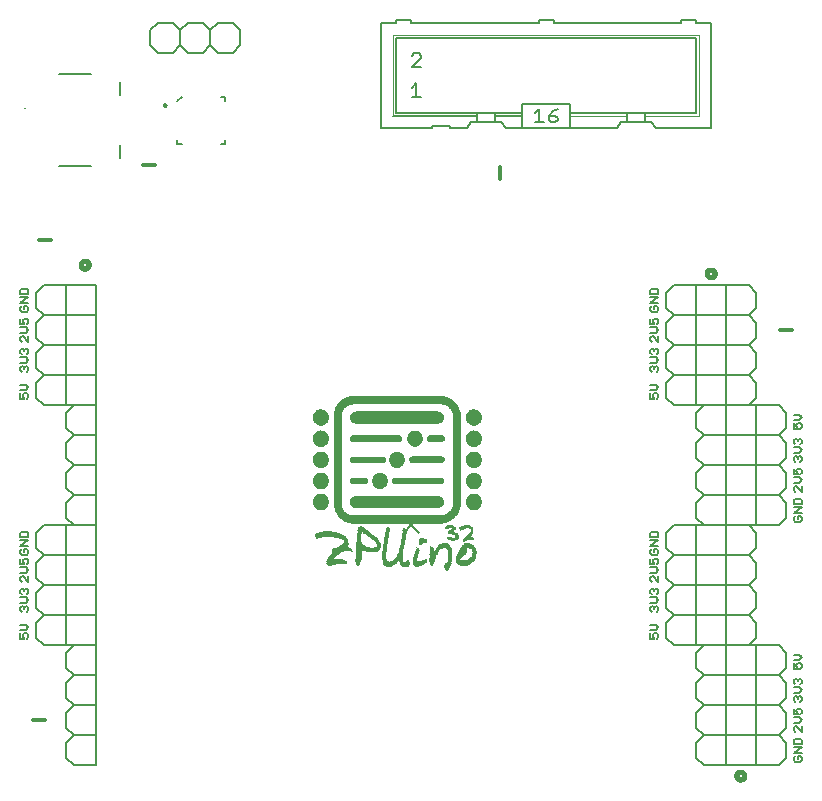
<source format=gto>
G75*
G70*
%OFA0B0*%
%FSLAX24Y24*%
%IPPOS*%
%LPD*%
%AMOC8*
5,1,8,0,0,1.08239X$1,22.5*
%
%ADD10R,0.0050X0.0010*%
%ADD11R,0.0070X0.0010*%
%ADD12R,0.0080X0.0010*%
%ADD13R,0.0100X0.0010*%
%ADD14R,0.0120X0.0010*%
%ADD15R,0.0140X0.0010*%
%ADD16R,0.0160X0.0010*%
%ADD17R,0.0170X0.0010*%
%ADD18R,0.0040X0.0010*%
%ADD19R,0.0180X0.0010*%
%ADD20R,0.0110X0.0010*%
%ADD21R,0.0190X0.0010*%
%ADD22R,0.0200X0.0010*%
%ADD23R,0.0130X0.0010*%
%ADD24R,0.0240X0.0010*%
%ADD25R,0.0230X0.0010*%
%ADD26R,0.0030X0.0010*%
%ADD27R,0.0060X0.0010*%
%ADD28R,0.0270X0.0010*%
%ADD29R,0.0250X0.0010*%
%ADD30R,0.0220X0.0010*%
%ADD31R,0.0020X0.0010*%
%ADD32R,0.0300X0.0010*%
%ADD33R,0.0260X0.0010*%
%ADD34R,0.0330X0.0010*%
%ADD35R,0.0290X0.0010*%
%ADD36R,0.0310X0.0010*%
%ADD37R,0.0350X0.0010*%
%ADD38R,0.0320X0.0010*%
%ADD39R,0.0090X0.0010*%
%ADD40R,0.0340X0.0010*%
%ADD41R,0.0370X0.0010*%
%ADD42R,0.0380X0.0010*%
%ADD43R,0.0390X0.0010*%
%ADD44R,0.0410X0.0010*%
%ADD45R,0.0430X0.0010*%
%ADD46R,0.0500X0.0010*%
%ADD47R,0.0150X0.0010*%
%ADD48R,0.0400X0.0010*%
%ADD49R,0.0450X0.0010*%
%ADD50R,0.0680X0.0010*%
%ADD51R,0.0440X0.0010*%
%ADD52R,0.0480X0.0010*%
%ADD53R,0.0420X0.0010*%
%ADD54R,0.0470X0.0010*%
%ADD55R,0.0360X0.0010*%
%ADD56R,0.0520X0.0010*%
%ADD57R,0.0540X0.0010*%
%ADD58R,0.0660X0.0010*%
%ADD59R,0.0550X0.0010*%
%ADD60R,0.0650X0.0010*%
%ADD61R,0.0560X0.0010*%
%ADD62R,0.0640X0.0010*%
%ADD63R,0.0580X0.0010*%
%ADD64R,0.0630X0.0010*%
%ADD65R,0.0590X0.0010*%
%ADD66R,0.0610X0.0010*%
%ADD67R,0.0600X0.0010*%
%ADD68R,0.0210X0.0010*%
%ADD69R,0.0280X0.0010*%
%ADD70R,0.0690X0.0010*%
%ADD71R,0.0510X0.0010*%
%ADD72R,0.0760X0.0010*%
%ADD73R,0.0770X0.0010*%
%ADD74R,0.0670X0.0010*%
%ADD75R,0.0780X0.0010*%
%ADD76R,0.0790X0.0010*%
%ADD77R,0.0800X0.0010*%
%ADD78R,0.0530X0.0010*%
%ADD79R,0.0810X0.0010*%
%ADD80R,0.0010X0.0010*%
%ADD81R,0.0460X0.0010*%
%ADD82R,0.0980X0.0010*%
%ADD83R,0.0970X0.0010*%
%ADD84R,0.0960X0.0010*%
%ADD85R,0.0940X0.0010*%
%ADD86R,0.0930X0.0010*%
%ADD87R,0.0920X0.0010*%
%ADD88R,0.0900X0.0010*%
%ADD89R,0.0880X0.0010*%
%ADD90R,0.0830X0.0010*%
%ADD91R,0.0740X0.0010*%
%ADD92R,0.0700X0.0010*%
%ADD93R,0.0570X0.0010*%
%ADD94R,0.3040X0.0010*%
%ADD95R,0.3190X0.0010*%
%ADD96R,0.3250X0.0010*%
%ADD97R,0.3310X0.0010*%
%ADD98R,0.3380X0.0010*%
%ADD99R,0.3430X0.0010*%
%ADD100R,0.3470X0.0010*%
%ADD101R,0.3500X0.0010*%
%ADD102R,0.3540X0.0010*%
%ADD103R,0.3570X0.0010*%
%ADD104R,0.3610X0.0010*%
%ADD105R,0.3640X0.0010*%
%ADD106R,0.3670X0.0010*%
%ADD107R,0.3690X0.0010*%
%ADD108R,0.3710X0.0010*%
%ADD109R,0.3740X0.0010*%
%ADD110R,0.3760X0.0010*%
%ADD111R,0.3790X0.0010*%
%ADD112R,0.3810X0.0010*%
%ADD113R,0.3830X0.0010*%
%ADD114R,0.3850X0.0010*%
%ADD115R,0.3870X0.0010*%
%ADD116R,0.3880X0.0010*%
%ADD117R,0.3900X0.0010*%
%ADD118R,0.3920X0.0010*%
%ADD119R,0.2730X0.0010*%
%ADD120R,0.2840X0.0010*%
%ADD121R,0.2900X0.0010*%
%ADD122R,0.2930X0.0010*%
%ADD123R,0.2960X0.0010*%
%ADD124R,0.3000X0.0010*%
%ADD125R,0.3020X0.0010*%
%ADD126R,0.3050X0.0010*%
%ADD127R,0.3070X0.0010*%
%ADD128R,0.3080X0.0010*%
%ADD129R,0.3100X0.0010*%
%ADD130R,0.3110X0.0010*%
%ADD131R,0.3120X0.0010*%
%ADD132R,0.3130X0.0010*%
%ADD133R,0.3140X0.0010*%
%ADD134R,0.3090X0.0010*%
%ADD135R,0.3060X0.0010*%
%ADD136R,0.3030X0.0010*%
%ADD137R,0.3010X0.0010*%
%ADD138R,0.2980X0.0010*%
%ADD139R,0.2940X0.0010*%
%ADD140R,0.2910X0.0010*%
%ADD141R,0.2870X0.0010*%
%ADD142R,0.2770X0.0010*%
%ADD143R,0.1580X0.0010*%
%ADD144R,0.1640X0.0010*%
%ADD145R,0.0490X0.0010*%
%ADD146R,0.1660X0.0010*%
%ADD147R,0.1690X0.0010*%
%ADD148R,0.1700X0.0010*%
%ADD149R,0.1720X0.0010*%
%ADD150R,0.1730X0.0010*%
%ADD151R,0.1740X0.0010*%
%ADD152R,0.1710X0.0010*%
%ADD153R,0.1680X0.0010*%
%ADD154R,0.1650X0.0010*%
%ADD155R,0.1620X0.0010*%
%ADD156R,0.1010X0.0010*%
%ADD157R,0.1070X0.0010*%
%ADD158R,0.1080X0.0010*%
%ADD159R,0.1110X0.0010*%
%ADD160R,0.1100X0.0010*%
%ADD161R,0.1130X0.0010*%
%ADD162R,0.1120X0.0010*%
%ADD163R,0.1150X0.0010*%
%ADD164R,0.1140X0.0010*%
%ADD165R,0.1160X0.0010*%
%ADD166R,0.1170X0.0010*%
%ADD167R,0.1180X0.0010*%
%ADD168R,0.1190X0.0010*%
%ADD169R,0.1090X0.0010*%
%ADD170R,0.1000X0.0010*%
%ADD171R,0.1610X0.0010*%
%ADD172R,0.1670X0.0010*%
%ADD173R,0.1750X0.0010*%
%ADD174R,0.1590X0.0010*%
%ADD175R,0.2780X0.0010*%
%ADD176R,0.2880X0.0010*%
%ADD177R,0.2950X0.0010*%
%ADD178R,0.2890X0.0010*%
%ADD179R,0.2830X0.0010*%
%ADD180R,0.3910X0.0010*%
%ADD181R,0.3780X0.0010*%
%ADD182R,0.3530X0.0010*%
%ADD183R,0.3460X0.0010*%
%ADD184R,0.3370X0.0010*%
%ADD185C,0.0160*%
%ADD186C,0.0060*%
%ADD187C,0.0050*%
%ADD188C,0.0080*%
%ADD189C,0.0120*%
%ADD190C,0.0020*%
D10*
X011180Y009550D03*
X011930Y008850D03*
X012520Y008630D03*
X014520Y009210D03*
X014790Y009390D03*
X014980Y009250D03*
X015490Y009860D03*
X016340Y009490D03*
X015500Y008470D03*
D11*
X015500Y008480D03*
X014770Y008820D03*
X014520Y009200D03*
X014790Y009400D03*
X014990Y009240D03*
X015550Y009580D03*
X016330Y009790D03*
X016340Y009820D03*
X016330Y009860D03*
X014080Y009850D03*
X013520Y009890D03*
X012130Y008700D03*
X011520Y009770D03*
D12*
X012515Y008650D03*
X014205Y008780D03*
X014525Y009190D03*
X014615Y009350D03*
X014995Y009230D03*
X014985Y008660D03*
X015495Y008490D03*
X016075Y009450D03*
X016325Y009770D03*
X016325Y009780D03*
X016335Y009800D03*
X016335Y009810D03*
X015495Y009870D03*
X013265Y011710D03*
D13*
X014085Y009830D03*
X014525Y009170D03*
X014525Y009160D03*
X014525Y009150D03*
X014515Y009120D03*
X014445Y008900D03*
X014205Y008770D03*
X014205Y008760D03*
X014755Y008810D03*
X014985Y008680D03*
X015005Y009210D03*
X015565Y009570D03*
X015835Y009630D03*
X015845Y009620D03*
X015845Y009570D03*
X016085Y009460D03*
X016295Y009700D03*
X016295Y009710D03*
X016305Y009720D03*
X016315Y009740D03*
X016055Y008630D03*
X015495Y008500D03*
X012515Y008660D03*
X012305Y009130D03*
X011195Y009560D03*
X011285Y013830D03*
X016405Y013830D03*
D14*
X016405Y012610D03*
X016405Y012420D03*
X016405Y011710D03*
X016405Y011010D03*
X016295Y009880D03*
X016255Y009640D03*
X016245Y009630D03*
X016235Y009610D03*
X016225Y009600D03*
X015985Y009850D03*
X015735Y009880D03*
X015725Y009860D03*
X015415Y009380D03*
X015005Y009190D03*
X015005Y009180D03*
X015005Y009170D03*
X015005Y009160D03*
X015005Y009150D03*
X015005Y009140D03*
X015005Y009130D03*
X015005Y009120D03*
X014985Y008700D03*
X014985Y008690D03*
X015495Y008520D03*
X015495Y008510D03*
X016415Y009080D03*
X016415Y009090D03*
X016415Y009100D03*
X014435Y008790D03*
X014435Y008780D03*
X014195Y008750D03*
X013995Y009240D03*
X014005Y009280D03*
X014005Y009290D03*
X014015Y009330D03*
X014025Y009380D03*
X014085Y009800D03*
X014085Y009810D03*
X013525Y009860D03*
X013485Y009590D03*
X013485Y009580D03*
X013475Y009540D03*
X013475Y009530D03*
X013475Y009520D03*
X013465Y009480D03*
X013465Y009470D03*
X013465Y009460D03*
X013455Y009420D03*
X013455Y009410D03*
X013455Y009400D03*
X013445Y009350D03*
X013225Y009330D03*
X013215Y009360D03*
X013215Y009370D03*
X013205Y009380D03*
X013205Y009390D03*
X013225Y009290D03*
X013225Y009280D03*
X013415Y009100D03*
X013405Y008990D03*
X013405Y008980D03*
X013405Y008970D03*
X013405Y008960D03*
X013405Y008950D03*
X013405Y008940D03*
X013405Y008930D03*
X013405Y008920D03*
X013405Y008910D03*
X013405Y008900D03*
X013405Y008890D03*
X012515Y008680D03*
X011285Y011710D03*
X011285Y012420D03*
X011285Y012610D03*
X013845Y012410D03*
X013845Y011910D03*
D15*
X013265Y011210D03*
X013505Y009720D03*
X013505Y009710D03*
X013505Y009700D03*
X013505Y009690D03*
X013495Y009640D03*
X013175Y009440D03*
X013165Y009450D03*
X013155Y009460D03*
X013215Y009260D03*
X013205Y009250D03*
X013415Y008840D03*
X013415Y008830D03*
X013425Y008810D03*
X013425Y008800D03*
X013965Y008790D03*
X013965Y008780D03*
X013955Y009070D03*
X013955Y009080D03*
X013965Y009100D03*
X013965Y009110D03*
X013965Y009120D03*
X013975Y009150D03*
X014035Y009430D03*
X014045Y009470D03*
X014045Y009480D03*
X014045Y009490D03*
X014055Y009520D03*
X014055Y009530D03*
X014055Y009540D03*
X014055Y009550D03*
X014065Y009560D03*
X014065Y009570D03*
X014065Y009580D03*
X014065Y009590D03*
X014075Y009630D03*
X014075Y009640D03*
X014085Y009750D03*
X014085Y009760D03*
X014085Y009770D03*
X014665Y009530D03*
X014635Y009390D03*
X015155Y009120D03*
X015165Y009130D03*
X015565Y009200D03*
X015575Y009190D03*
X015575Y009180D03*
X015585Y009160D03*
X015605Y009060D03*
X015605Y008890D03*
X015585Y008760D03*
X015575Y008730D03*
X015495Y008540D03*
X015495Y008530D03*
X016395Y008960D03*
X016405Y008980D03*
X016405Y008990D03*
X016405Y009000D03*
X016415Y009050D03*
X016405Y009140D03*
X016395Y009160D03*
X016395Y009170D03*
X016385Y009180D03*
X016315Y009510D03*
X016105Y009490D03*
X015815Y009650D03*
X015695Y009830D03*
X015705Y009840D03*
X015715Y009850D03*
X016405Y010500D03*
X016405Y011200D03*
X016405Y011910D03*
X016405Y013120D03*
X014415Y013110D03*
X011285Y013120D03*
X011285Y011910D03*
X011285Y011200D03*
X011285Y010500D03*
X012125Y009480D03*
X012135Y009460D03*
X012135Y009390D03*
X012565Y009530D03*
X012565Y009540D03*
X012565Y009550D03*
X012565Y009560D03*
X012565Y009570D03*
X012565Y009580D03*
X012575Y009620D03*
X012575Y009630D03*
X012575Y009640D03*
X012575Y009650D03*
X012575Y009660D03*
X012585Y009720D03*
X012585Y009730D03*
X012585Y009740D03*
X012585Y009750D03*
X012525Y008710D03*
D16*
X012535Y008750D03*
X012535Y008760D03*
X012535Y008770D03*
X012565Y009400D03*
X012565Y009410D03*
X012565Y009420D03*
X012565Y009430D03*
X012565Y009440D03*
X012565Y009450D03*
X012565Y009460D03*
X012565Y009470D03*
X012565Y009480D03*
X012565Y009490D03*
X012115Y009490D03*
X012125Y009370D03*
X013105Y009510D03*
X013115Y009500D03*
X013515Y009760D03*
X013945Y009030D03*
X013945Y009020D03*
X013935Y009000D03*
X013985Y008750D03*
X013435Y008770D03*
X014735Y008790D03*
X014995Y008770D03*
X014995Y008760D03*
X015195Y009170D03*
X015205Y009180D03*
X015215Y009190D03*
X015595Y009560D03*
X015615Y009760D03*
X015645Y009790D03*
X015655Y009800D03*
X015795Y009660D03*
X016115Y009500D03*
X016215Y009580D03*
X016365Y009200D03*
X016385Y008940D03*
X016385Y008930D03*
X016375Y008920D03*
X015885Y008880D03*
X015885Y008870D03*
X015875Y008810D03*
X015875Y008800D03*
X015555Y008710D03*
X015495Y008560D03*
X015495Y008550D03*
X013265Y011700D03*
X014415Y012620D03*
X016405Y013320D03*
X016405Y013820D03*
X011285Y013820D03*
X011285Y013320D03*
D17*
X012630Y009900D03*
X013100Y009520D03*
X013190Y009240D03*
X013450Y008760D03*
X013930Y008980D03*
X013930Y008990D03*
X013940Y009010D03*
X014110Y008610D03*
X014650Y009410D03*
X014670Y009520D03*
X015000Y008800D03*
X015000Y008790D03*
X015000Y008780D03*
X015500Y008580D03*
X015500Y008570D03*
X015540Y008680D03*
X015550Y008700D03*
X015890Y008890D03*
X015550Y009220D03*
X015620Y009770D03*
X015630Y009780D03*
X016180Y009360D03*
X016360Y009210D03*
X016370Y008910D03*
X016360Y008900D03*
X016360Y008890D03*
X016350Y008880D03*
X012540Y008800D03*
X012540Y008790D03*
X012540Y008780D03*
X012570Y009380D03*
X012570Y009390D03*
X012120Y009360D03*
X012110Y009500D03*
X011220Y009570D03*
D18*
X013265Y011200D03*
X013525Y009900D03*
X014075Y009860D03*
X014515Y009220D03*
X014785Y008830D03*
X014205Y008810D03*
X014115Y008590D03*
X014415Y013120D03*
D19*
X013845Y012400D03*
X011285Y012410D03*
X011285Y012620D03*
X011285Y011700D03*
X012635Y009890D03*
X013075Y009540D03*
X013085Y009530D03*
X012565Y009370D03*
X012565Y009360D03*
X012115Y009350D03*
X012105Y009340D03*
X012095Y009510D03*
X012545Y008840D03*
X012545Y008830D03*
X012545Y008820D03*
X012545Y008810D03*
X013785Y008790D03*
X013795Y008800D03*
X013925Y008960D03*
X013925Y008970D03*
X014515Y008630D03*
X015005Y008810D03*
X015005Y008820D03*
X015005Y008830D03*
X015225Y009200D03*
X015235Y009210D03*
X015415Y009370D03*
X015905Y008920D03*
X015905Y008910D03*
X015895Y008900D03*
X015545Y008690D03*
X015535Y008670D03*
X015505Y008600D03*
X015505Y008590D03*
X015625Y009750D03*
X016405Y011700D03*
X016405Y012410D03*
X016405Y012620D03*
D20*
X015730Y009870D03*
X015510Y009880D03*
X015830Y009640D03*
X015830Y009560D03*
X016090Y009470D03*
X016240Y009620D03*
X016260Y009650D03*
X016270Y009660D03*
X016280Y009670D03*
X016280Y009680D03*
X016290Y009690D03*
X015010Y009200D03*
X014620Y009370D03*
X014520Y009140D03*
X014520Y009130D03*
X014510Y009110D03*
X014510Y009100D03*
X014510Y009090D03*
X014500Y009080D03*
X014500Y009070D03*
X014500Y009060D03*
X014490Y009050D03*
X014490Y009040D03*
X014490Y009030D03*
X014480Y009020D03*
X014480Y009010D03*
X014480Y009000D03*
X014470Y008990D03*
X014470Y008980D03*
X014470Y008970D03*
X014460Y008960D03*
X014460Y008950D03*
X014460Y008940D03*
X014450Y008930D03*
X014450Y008920D03*
X014450Y008910D03*
X014440Y008890D03*
X014440Y008880D03*
X014440Y008870D03*
X014440Y008860D03*
X014430Y008850D03*
X014430Y008840D03*
X014430Y008830D03*
X014430Y008820D03*
X014430Y008810D03*
X014430Y008800D03*
X014110Y008600D03*
X013540Y008610D03*
X013230Y009300D03*
X013230Y009310D03*
X013230Y009320D03*
X013220Y009340D03*
X013220Y009350D03*
X013520Y009870D03*
X014080Y009820D03*
X012520Y008670D03*
D21*
X012550Y008850D03*
X012550Y008860D03*
X012550Y008870D03*
X012550Y008880D03*
X012550Y008890D03*
X012550Y008900D03*
X012550Y008910D03*
X012570Y009350D03*
X012100Y009330D03*
X011630Y008880D03*
X011620Y008860D03*
X011610Y008850D03*
X011600Y008840D03*
X011620Y008660D03*
X013050Y009560D03*
X013060Y009550D03*
X013770Y008780D03*
X013920Y008940D03*
X013920Y008950D03*
X013550Y008620D03*
X014720Y008780D03*
X015010Y008840D03*
X015010Y008850D03*
X015010Y008860D03*
X015510Y008630D03*
X015510Y008620D03*
X015510Y008610D03*
X015520Y008640D03*
X015520Y008650D03*
X015530Y008660D03*
X015910Y008930D03*
X016060Y008640D03*
X016330Y008860D03*
X016340Y008870D03*
X016340Y009220D03*
X016130Y009510D03*
X015770Y009670D03*
X013840Y011920D03*
D22*
X013265Y011220D03*
X012635Y009880D03*
X012995Y009600D03*
X013025Y009580D03*
X013035Y009570D03*
X013035Y009100D03*
X012565Y009100D03*
X012565Y009110D03*
X012565Y009120D03*
X012565Y009130D03*
X012565Y009090D03*
X012565Y009080D03*
X012565Y009070D03*
X012555Y009020D03*
X012555Y009010D03*
X012555Y009000D03*
X012555Y008990D03*
X012555Y008980D03*
X012555Y008970D03*
X012555Y008960D03*
X012555Y008950D03*
X012555Y008940D03*
X012555Y008930D03*
X012555Y008920D03*
X012085Y009520D03*
X011645Y008900D03*
X011635Y008890D03*
X011625Y008870D03*
X011285Y010510D03*
X011285Y011000D03*
X011285Y011210D03*
X011285Y011920D03*
X011285Y013110D03*
X013915Y008930D03*
X013915Y008920D03*
X014115Y008620D03*
X015015Y008870D03*
X015015Y008880D03*
X015015Y008890D03*
X015255Y009220D03*
X015525Y009230D03*
X016045Y009200D03*
X016045Y009190D03*
X016045Y009180D03*
X016325Y008850D03*
X016005Y009870D03*
X016155Y009960D03*
X015605Y009960D03*
X016405Y010510D03*
X016405Y011000D03*
X016405Y011210D03*
X016405Y011920D03*
X016405Y013110D03*
D23*
X015600Y009970D03*
X016100Y009480D03*
X016210Y009590D03*
X016400Y009150D03*
X016410Y009130D03*
X016410Y009120D03*
X016410Y009110D03*
X016420Y009070D03*
X016420Y009060D03*
X016410Y009040D03*
X016410Y009030D03*
X016410Y009020D03*
X016410Y009010D03*
X015610Y009010D03*
X015610Y009020D03*
X015610Y009030D03*
X015610Y009040D03*
X015610Y009050D03*
X015600Y009070D03*
X015600Y009080D03*
X015600Y009090D03*
X015600Y009100D03*
X015600Y009110D03*
X015600Y009120D03*
X015590Y009130D03*
X015590Y009140D03*
X015590Y009150D03*
X015580Y009170D03*
X015610Y009000D03*
X015610Y008990D03*
X015610Y008980D03*
X015610Y008970D03*
X015610Y008960D03*
X015610Y008950D03*
X015610Y008940D03*
X015610Y008930D03*
X015610Y008920D03*
X015610Y008910D03*
X015610Y008900D03*
X015600Y008880D03*
X015600Y008870D03*
X015600Y008860D03*
X015600Y008850D03*
X015600Y008840D03*
X015600Y008830D03*
X015600Y008820D03*
X015600Y008810D03*
X015590Y008800D03*
X015590Y008790D03*
X015590Y008780D03*
X015590Y008770D03*
X015580Y008750D03*
X015580Y008740D03*
X014990Y008720D03*
X014990Y008710D03*
X014750Y008800D03*
X014510Y008620D03*
X013960Y008800D03*
X013420Y008820D03*
X013410Y008850D03*
X013410Y008860D03*
X013410Y008870D03*
X013410Y008880D03*
X013410Y009000D03*
X013410Y009010D03*
X013410Y009020D03*
X013410Y009030D03*
X013410Y009040D03*
X013410Y009050D03*
X013410Y009060D03*
X013410Y009070D03*
X013410Y009080D03*
X013410Y009090D03*
X013420Y009110D03*
X013420Y009120D03*
X013420Y009130D03*
X013420Y009140D03*
X013420Y009150D03*
X013420Y009160D03*
X013420Y009170D03*
X013420Y009180D03*
X013420Y009190D03*
X013430Y009200D03*
X013430Y009210D03*
X013430Y009220D03*
X013430Y009230D03*
X013430Y009240D03*
X013430Y009250D03*
X013430Y009260D03*
X013430Y009270D03*
X013440Y009280D03*
X013440Y009290D03*
X013440Y009300D03*
X013440Y009310D03*
X013440Y009320D03*
X013440Y009330D03*
X013440Y009340D03*
X013450Y009360D03*
X013450Y009370D03*
X013450Y009380D03*
X013450Y009390D03*
X013460Y009430D03*
X013460Y009440D03*
X013460Y009450D03*
X013470Y009490D03*
X013470Y009500D03*
X013470Y009510D03*
X013480Y009550D03*
X013480Y009560D03*
X013480Y009570D03*
X013490Y009600D03*
X013490Y009610D03*
X013490Y009620D03*
X013490Y009630D03*
X013500Y009650D03*
X013500Y009660D03*
X013500Y009670D03*
X013500Y009680D03*
X013520Y009840D03*
X013520Y009850D03*
X013180Y009430D03*
X013190Y009420D03*
X013190Y009410D03*
X013200Y009400D03*
X013220Y009270D03*
X012580Y009670D03*
X012580Y009680D03*
X012580Y009690D03*
X012580Y009700D03*
X012580Y009710D03*
X012590Y009760D03*
X012570Y009610D03*
X012570Y009600D03*
X012570Y009590D03*
X012630Y009920D03*
X012140Y009450D03*
X012140Y009440D03*
X012140Y009430D03*
X012140Y009420D03*
X012140Y009410D03*
X012140Y009400D03*
X012520Y008700D03*
X012520Y008690D03*
X011600Y008650D03*
X011290Y011010D03*
X013970Y009140D03*
X013970Y009130D03*
X013980Y009160D03*
X013980Y009170D03*
X013980Y009180D03*
X013980Y009190D03*
X013990Y009200D03*
X013990Y009210D03*
X013990Y009220D03*
X013990Y009230D03*
X014000Y009250D03*
X014000Y009260D03*
X014000Y009270D03*
X014010Y009300D03*
X014010Y009310D03*
X014010Y009320D03*
X014020Y009340D03*
X014020Y009350D03*
X014020Y009360D03*
X014020Y009370D03*
X014030Y009390D03*
X014030Y009400D03*
X014030Y009410D03*
X014030Y009420D03*
X014040Y009440D03*
X014040Y009450D03*
X014040Y009460D03*
X014050Y009500D03*
X014050Y009510D03*
X014090Y009780D03*
X014090Y009790D03*
X014630Y009380D03*
D24*
X014685Y009490D03*
X015055Y009030D03*
X015045Y009010D03*
X015045Y009000D03*
X015605Y009950D03*
X016045Y009130D03*
X015965Y009000D03*
X015955Y008990D03*
X016285Y008820D03*
X016405Y010520D03*
X016405Y010990D03*
X016405Y011220D03*
X016405Y011930D03*
X016405Y012630D03*
X016405Y013100D03*
X014415Y013090D03*
X013265Y011230D03*
X012655Y009850D03*
X012845Y009710D03*
X012595Y009320D03*
X012065Y009290D03*
X011785Y009030D03*
X011775Y009020D03*
X011285Y010520D03*
X011285Y010990D03*
X011285Y011220D03*
X011285Y011690D03*
X011285Y011930D03*
X011285Y012630D03*
X011285Y013100D03*
X013895Y008870D03*
X013895Y008860D03*
X013555Y008630D03*
D25*
X013900Y008880D03*
X014110Y008630D03*
X015040Y008970D03*
X015040Y008980D03*
X015040Y008990D03*
X015660Y009730D03*
X016030Y009880D03*
X016070Y009220D03*
X016050Y009140D03*
X015950Y008980D03*
X015940Y008970D03*
X016300Y008830D03*
X016400Y011690D03*
X013840Y011930D03*
X013840Y012390D03*
X012650Y009860D03*
X012800Y009750D03*
X012810Y009740D03*
X012820Y009730D03*
X012830Y009720D03*
X012860Y009700D03*
X012870Y009690D03*
X012890Y009680D03*
X012900Y009670D03*
X012910Y009660D03*
X012930Y009650D03*
X012050Y009540D03*
X011760Y009010D03*
X011750Y009000D03*
X011740Y008990D03*
D26*
X011570Y008640D03*
X012150Y008690D03*
X014510Y009230D03*
X014660Y009550D03*
X014970Y009260D03*
X016070Y009430D03*
D27*
X016075Y009440D03*
X015965Y009830D03*
X016335Y009830D03*
X016335Y009840D03*
X016335Y009850D03*
X014985Y008650D03*
X014615Y009340D03*
X014205Y008800D03*
X014205Y008790D03*
X012515Y008640D03*
X012335Y009120D03*
X011285Y013310D03*
X016405Y013310D03*
D28*
X015810Y013740D03*
X015800Y013770D03*
X015800Y013780D03*
X015790Y013790D03*
X015790Y013800D03*
X013840Y012380D03*
X013840Y011940D03*
X011870Y010600D03*
X011870Y010590D03*
X011880Y010560D03*
X011890Y010540D03*
X011890Y010530D03*
X011900Y010520D03*
X011900Y010510D03*
X012670Y009830D03*
X012610Y009300D03*
X013560Y008640D03*
X013880Y008830D03*
X014110Y008650D03*
X014530Y008650D03*
X015070Y009080D03*
X015070Y009090D03*
X014700Y009450D03*
X014700Y009460D03*
X015610Y009940D03*
X015700Y009700D03*
X015700Y009500D03*
X016150Y009950D03*
X015780Y010500D03*
X015790Y010520D03*
X015790Y010530D03*
X015800Y010540D03*
X015800Y010550D03*
X015810Y010580D03*
X016030Y009100D03*
X016020Y009080D03*
X016010Y009060D03*
X016000Y009050D03*
X016000Y009040D03*
X015990Y009030D03*
X011870Y013720D03*
X011870Y013730D03*
X011880Y013760D03*
X011890Y013780D03*
X011890Y013790D03*
X011900Y013800D03*
X011900Y013810D03*
D29*
X011860Y013680D03*
X011860Y013670D03*
X011860Y013660D03*
X011860Y013650D03*
X011850Y013600D03*
X011850Y013590D03*
X011850Y013580D03*
X011850Y013570D03*
X011850Y013560D03*
X011850Y013550D03*
X011850Y013540D03*
X011850Y013530D03*
X011850Y013520D03*
X011850Y013510D03*
X011850Y013500D03*
X011850Y013490D03*
X011850Y013480D03*
X011850Y013470D03*
X011850Y013460D03*
X011850Y013450D03*
X011850Y013440D03*
X011850Y013430D03*
X011850Y013420D03*
X011850Y013410D03*
X011850Y013400D03*
X011850Y013390D03*
X011850Y013380D03*
X011850Y013370D03*
X011850Y013360D03*
X011850Y013350D03*
X011850Y013340D03*
X011850Y013330D03*
X011850Y013320D03*
X011850Y013310D03*
X011850Y013300D03*
X011850Y013290D03*
X011850Y013280D03*
X011850Y013270D03*
X011850Y013260D03*
X011850Y013250D03*
X011850Y013240D03*
X011850Y013230D03*
X011850Y013220D03*
X011850Y013210D03*
X011850Y013200D03*
X011850Y013190D03*
X011850Y013180D03*
X011850Y013170D03*
X011850Y013160D03*
X011850Y013150D03*
X011850Y013140D03*
X011850Y013130D03*
X011850Y013120D03*
X011850Y013110D03*
X011850Y013100D03*
X011850Y013090D03*
X011850Y013080D03*
X011850Y013070D03*
X011850Y013060D03*
X011850Y013050D03*
X011850Y013040D03*
X011850Y013030D03*
X011850Y013020D03*
X011850Y013010D03*
X011850Y013000D03*
X011850Y012990D03*
X011850Y012980D03*
X011850Y012970D03*
X011850Y012960D03*
X011850Y012950D03*
X011850Y012940D03*
X011850Y012930D03*
X011850Y012920D03*
X011850Y012910D03*
X011850Y012900D03*
X011850Y012890D03*
X011850Y012880D03*
X011850Y012870D03*
X011850Y012860D03*
X011850Y012850D03*
X011850Y012840D03*
X011850Y012830D03*
X011850Y012820D03*
X011850Y012810D03*
X011850Y012800D03*
X011850Y012790D03*
X011850Y012780D03*
X011850Y012770D03*
X011850Y012760D03*
X011850Y012750D03*
X011850Y012740D03*
X011850Y012730D03*
X011850Y012720D03*
X011850Y012710D03*
X011850Y012700D03*
X011850Y012690D03*
X011850Y012680D03*
X011850Y012670D03*
X011850Y012660D03*
X011850Y012650D03*
X011850Y012640D03*
X011850Y012630D03*
X011850Y012620D03*
X011850Y012610D03*
X011850Y012600D03*
X011850Y012590D03*
X011850Y012580D03*
X011850Y012570D03*
X011850Y012560D03*
X011850Y012550D03*
X011850Y012540D03*
X011850Y012530D03*
X011850Y012520D03*
X011850Y012510D03*
X011850Y012500D03*
X011850Y012490D03*
X011850Y012480D03*
X011850Y012470D03*
X011850Y012460D03*
X011850Y012450D03*
X011850Y012440D03*
X011850Y012430D03*
X011850Y012420D03*
X011850Y012410D03*
X011850Y012400D03*
X011850Y012390D03*
X011850Y012380D03*
X011850Y012370D03*
X011850Y012360D03*
X011850Y012350D03*
X011850Y012340D03*
X011850Y012330D03*
X011850Y012320D03*
X011850Y012310D03*
X011850Y012300D03*
X011850Y012290D03*
X011850Y012280D03*
X011850Y012270D03*
X011850Y012260D03*
X011850Y012250D03*
X011850Y012240D03*
X011850Y012230D03*
X011850Y012220D03*
X011850Y012210D03*
X011850Y012200D03*
X011850Y012190D03*
X011850Y012180D03*
X011850Y012170D03*
X011850Y012160D03*
X011850Y012150D03*
X011850Y012140D03*
X011850Y012130D03*
X011850Y012120D03*
X011850Y012110D03*
X011850Y012100D03*
X011850Y012090D03*
X011850Y012080D03*
X011850Y012070D03*
X011850Y012060D03*
X011850Y012050D03*
X011850Y012040D03*
X011850Y012030D03*
X011850Y012020D03*
X011850Y012010D03*
X011850Y012000D03*
X011850Y011990D03*
X011850Y011980D03*
X011850Y011970D03*
X011850Y011960D03*
X011850Y011950D03*
X011850Y011940D03*
X011850Y011930D03*
X011850Y011920D03*
X011850Y011910D03*
X011850Y011900D03*
X011850Y011890D03*
X011850Y011880D03*
X011850Y011870D03*
X011850Y011860D03*
X011850Y011850D03*
X011850Y011840D03*
X011850Y011830D03*
X011850Y011820D03*
X011850Y011810D03*
X011850Y011800D03*
X011850Y011790D03*
X011850Y011780D03*
X011850Y011770D03*
X011850Y011760D03*
X011850Y011750D03*
X011850Y011740D03*
X011850Y011730D03*
X011850Y011720D03*
X011850Y011710D03*
X011850Y011700D03*
X011850Y011690D03*
X011850Y011680D03*
X011850Y011670D03*
X011850Y011660D03*
X011850Y011650D03*
X011850Y011640D03*
X011850Y011630D03*
X011850Y011620D03*
X011850Y011610D03*
X011850Y011600D03*
X011850Y011590D03*
X011850Y011580D03*
X011850Y011570D03*
X011850Y011560D03*
X011850Y011550D03*
X011850Y011540D03*
X011850Y011530D03*
X011850Y011520D03*
X011850Y011510D03*
X011850Y011500D03*
X011850Y011490D03*
X011850Y011480D03*
X011850Y011470D03*
X011850Y011460D03*
X011850Y011450D03*
X011850Y011440D03*
X011850Y011430D03*
X011850Y011420D03*
X011850Y011410D03*
X011850Y011400D03*
X011850Y011390D03*
X011850Y011380D03*
X011850Y011370D03*
X011850Y011360D03*
X011850Y011350D03*
X011850Y011340D03*
X011850Y011330D03*
X011850Y011320D03*
X011850Y011310D03*
X011850Y011300D03*
X011850Y011290D03*
X011850Y011280D03*
X011850Y011270D03*
X011850Y011260D03*
X011850Y011250D03*
X011850Y011240D03*
X011850Y011230D03*
X011850Y011220D03*
X011850Y011210D03*
X011850Y011200D03*
X011850Y011190D03*
X011850Y011180D03*
X011850Y011170D03*
X011850Y011160D03*
X011850Y011150D03*
X011850Y011140D03*
X011850Y011130D03*
X011850Y011120D03*
X011850Y011110D03*
X011850Y011100D03*
X011850Y011090D03*
X011850Y011080D03*
X011850Y011070D03*
X011850Y011060D03*
X011850Y011050D03*
X011850Y011040D03*
X011850Y011030D03*
X011850Y011020D03*
X011850Y011010D03*
X011850Y011000D03*
X011850Y010990D03*
X011850Y010980D03*
X011850Y010970D03*
X011850Y010960D03*
X011850Y010950D03*
X011850Y010940D03*
X011850Y010930D03*
X011850Y010920D03*
X011850Y010910D03*
X011850Y010900D03*
X011850Y010890D03*
X011850Y010880D03*
X011850Y010870D03*
X011850Y010860D03*
X011850Y010850D03*
X011850Y010840D03*
X011850Y010830D03*
X011850Y010820D03*
X011850Y010810D03*
X011850Y010800D03*
X011850Y010790D03*
X011850Y010780D03*
X011850Y010770D03*
X011850Y010760D03*
X011850Y010750D03*
X011850Y010740D03*
X011850Y010730D03*
X011850Y010720D03*
X011860Y010670D03*
X011860Y010660D03*
X011860Y010650D03*
X011860Y010640D03*
X012660Y009840D03*
X012600Y009310D03*
X011810Y009050D03*
X011800Y009040D03*
X011640Y008670D03*
X013730Y008760D03*
X013890Y008850D03*
X014110Y008640D03*
X015050Y009020D03*
X015060Y009040D03*
X015060Y009050D03*
X015410Y009350D03*
X015720Y009690D03*
X015670Y009720D03*
X016240Y009560D03*
X016040Y009120D03*
X014690Y009480D03*
X015820Y010630D03*
X015830Y010680D03*
X015830Y010690D03*
X015830Y010700D03*
X015830Y010710D03*
X015830Y010720D03*
X015830Y010730D03*
X015830Y010740D03*
X015830Y010750D03*
X015830Y010760D03*
X015830Y010770D03*
X015830Y010780D03*
X015830Y010790D03*
X015830Y010800D03*
X015830Y010810D03*
X015830Y010820D03*
X015830Y010830D03*
X015830Y010840D03*
X015830Y010850D03*
X015830Y010860D03*
X015830Y010870D03*
X015830Y010880D03*
X015830Y010890D03*
X015830Y010900D03*
X015830Y010910D03*
X015830Y010920D03*
X015830Y010930D03*
X015830Y010940D03*
X015830Y010950D03*
X015830Y010960D03*
X015830Y010970D03*
X015830Y010980D03*
X015830Y010990D03*
X015830Y011000D03*
X015830Y011010D03*
X015830Y011020D03*
X015830Y011030D03*
X015830Y011040D03*
X015830Y011050D03*
X015830Y011060D03*
X015830Y011070D03*
X015830Y011080D03*
X015830Y011090D03*
X015830Y011100D03*
X015830Y011110D03*
X015830Y011120D03*
X015830Y011130D03*
X015830Y011140D03*
X015830Y011150D03*
X015830Y011160D03*
X015830Y011170D03*
X015830Y011180D03*
X015830Y011190D03*
X015830Y011200D03*
X015830Y011210D03*
X015830Y011220D03*
X015830Y011230D03*
X015830Y011240D03*
X015830Y011250D03*
X015830Y011260D03*
X015830Y011270D03*
X015830Y011280D03*
X015830Y011290D03*
X015830Y011300D03*
X015830Y011310D03*
X015830Y011320D03*
X015830Y011330D03*
X015830Y011340D03*
X015830Y011350D03*
X015830Y011360D03*
X015830Y011370D03*
X015830Y011380D03*
X015830Y011390D03*
X015830Y011400D03*
X015830Y011410D03*
X015830Y011420D03*
X015830Y011430D03*
X015830Y011440D03*
X015830Y011450D03*
X015830Y011460D03*
X015830Y011470D03*
X015830Y011480D03*
X015830Y011490D03*
X015830Y011500D03*
X015830Y011510D03*
X015830Y011520D03*
X015830Y011530D03*
X015830Y011540D03*
X015830Y011550D03*
X015830Y011560D03*
X015830Y011570D03*
X015830Y011580D03*
X015830Y011590D03*
X015830Y011600D03*
X015830Y011610D03*
X015830Y011620D03*
X015830Y011630D03*
X015830Y011640D03*
X015830Y011650D03*
X015830Y011660D03*
X015830Y011670D03*
X015830Y011680D03*
X015830Y011690D03*
X015830Y011700D03*
X015830Y011710D03*
X015830Y011720D03*
X015830Y011730D03*
X015830Y011740D03*
X015830Y011750D03*
X015830Y011760D03*
X015830Y011770D03*
X015830Y011780D03*
X015830Y011790D03*
X015830Y011800D03*
X015830Y011810D03*
X015830Y011820D03*
X015830Y011830D03*
X015830Y011840D03*
X015830Y011850D03*
X015830Y011860D03*
X015830Y011870D03*
X015830Y011880D03*
X015830Y011890D03*
X015830Y011900D03*
X015830Y011910D03*
X015830Y011920D03*
X015830Y011930D03*
X015830Y011940D03*
X015830Y011950D03*
X015830Y011960D03*
X015830Y011970D03*
X015830Y011980D03*
X015830Y011990D03*
X015830Y012000D03*
X015830Y012010D03*
X015830Y012020D03*
X015830Y012030D03*
X015830Y012040D03*
X015830Y012050D03*
X015830Y012060D03*
X015830Y012070D03*
X015830Y012080D03*
X015830Y012090D03*
X015830Y012100D03*
X015830Y012110D03*
X015830Y012120D03*
X015830Y012130D03*
X015830Y012140D03*
X015830Y012150D03*
X015830Y012160D03*
X015830Y012170D03*
X015830Y012180D03*
X015830Y012190D03*
X015830Y012200D03*
X015830Y012210D03*
X015830Y012220D03*
X015830Y012230D03*
X015830Y012240D03*
X015830Y012250D03*
X015830Y012260D03*
X015830Y012270D03*
X015830Y012280D03*
X015830Y012290D03*
X015830Y012300D03*
X015830Y012310D03*
X015830Y012320D03*
X015830Y012330D03*
X015830Y012340D03*
X015830Y012350D03*
X015830Y012360D03*
X015830Y012370D03*
X015830Y012380D03*
X015830Y012390D03*
X015830Y012400D03*
X015830Y012410D03*
X015830Y012420D03*
X015830Y012430D03*
X015830Y012440D03*
X015830Y012450D03*
X015830Y012460D03*
X015830Y012470D03*
X015830Y012480D03*
X015830Y012490D03*
X015830Y012500D03*
X015830Y012510D03*
X015830Y012520D03*
X015830Y012530D03*
X015830Y012540D03*
X015830Y012550D03*
X015830Y012560D03*
X015830Y012570D03*
X015830Y012580D03*
X015830Y012590D03*
X015830Y012600D03*
X015830Y012610D03*
X015830Y012620D03*
X015830Y012630D03*
X015830Y012640D03*
X015830Y012650D03*
X015830Y012660D03*
X015830Y012670D03*
X015830Y012680D03*
X015830Y012690D03*
X015830Y012700D03*
X015830Y012710D03*
X015830Y012720D03*
X015830Y012730D03*
X015830Y012740D03*
X015830Y012750D03*
X015830Y012760D03*
X015830Y012770D03*
X015830Y012780D03*
X015830Y012790D03*
X015830Y012800D03*
X015830Y012810D03*
X015830Y012820D03*
X015830Y012830D03*
X015830Y012840D03*
X015830Y012850D03*
X015830Y012860D03*
X015830Y012870D03*
X015830Y012880D03*
X015830Y012890D03*
X015830Y012900D03*
X015830Y012910D03*
X015830Y012920D03*
X015830Y012930D03*
X015830Y012940D03*
X015830Y012950D03*
X015830Y012960D03*
X015830Y012970D03*
X015830Y012980D03*
X015830Y012990D03*
X015830Y013000D03*
X015830Y013010D03*
X015830Y013020D03*
X015830Y013030D03*
X015830Y013040D03*
X015830Y013050D03*
X015830Y013060D03*
X015830Y013070D03*
X015830Y013080D03*
X015830Y013090D03*
X015830Y013100D03*
X015830Y013110D03*
X015830Y013120D03*
X015830Y013130D03*
X015830Y013140D03*
X015830Y013150D03*
X015830Y013160D03*
X015830Y013170D03*
X015830Y013180D03*
X015830Y013190D03*
X015830Y013200D03*
X015830Y013210D03*
X015830Y013220D03*
X015830Y013230D03*
X015830Y013240D03*
X015830Y013250D03*
X015830Y013260D03*
X015830Y013270D03*
X015830Y013280D03*
X015830Y013290D03*
X015830Y013300D03*
X015830Y013310D03*
X015830Y013320D03*
X015830Y013330D03*
X015830Y013340D03*
X015830Y013350D03*
X015830Y013360D03*
X015830Y013370D03*
X015830Y013380D03*
X015830Y013390D03*
X015830Y013400D03*
X015830Y013410D03*
X015830Y013420D03*
X015830Y013430D03*
X015830Y013440D03*
X015830Y013450D03*
X015830Y013460D03*
X015830Y013470D03*
X015830Y013480D03*
X015830Y013490D03*
X015830Y013500D03*
X015830Y013510D03*
X015830Y013520D03*
X015830Y013530D03*
X015830Y013540D03*
X015830Y013550D03*
X015830Y013560D03*
X015830Y013570D03*
X015830Y013580D03*
X015830Y013590D03*
X015830Y013600D03*
X015830Y013610D03*
X015830Y013620D03*
X015830Y013630D03*
X015830Y013640D03*
X015820Y013690D03*
X014420Y012640D03*
X013270Y011680D03*
D30*
X013265Y011690D03*
X012645Y009870D03*
X012785Y009760D03*
X012945Y009640D03*
X012955Y009630D03*
X012585Y009330D03*
X012085Y009310D03*
X012075Y009300D03*
X011725Y008980D03*
X011715Y008970D03*
X011705Y008960D03*
X011915Y008840D03*
X011245Y009580D03*
X013755Y008770D03*
X013905Y008890D03*
X013905Y008900D03*
X014525Y008640D03*
X014695Y008770D03*
X015025Y008920D03*
X015025Y008930D03*
X015035Y008950D03*
X015035Y008960D03*
X015275Y009230D03*
X015415Y009360D03*
X015705Y009490D03*
X016185Y009350D03*
X016235Y009570D03*
X015935Y008960D03*
X014685Y009500D03*
X016405Y012400D03*
X016405Y013330D03*
X016405Y013810D03*
X011285Y013810D03*
X011285Y013330D03*
X011285Y012400D03*
D31*
X011285Y011900D03*
X011285Y011190D03*
X011165Y009540D03*
X012355Y009110D03*
X013045Y009090D03*
X014995Y008640D03*
X015965Y009820D03*
X016405Y011190D03*
X016405Y011900D03*
X011285Y013130D03*
D32*
X011285Y013080D03*
X011285Y012650D03*
X011285Y012380D03*
X011285Y011670D03*
X011285Y011240D03*
X011285Y010970D03*
X011285Y010540D03*
X011925Y010460D03*
X011935Y010450D03*
X011935Y010440D03*
X011945Y010430D03*
X011955Y010420D03*
X011525Y009760D03*
X012025Y009250D03*
X011835Y009080D03*
X011655Y008680D03*
X012675Y009810D03*
X013565Y008650D03*
X013875Y008810D03*
X015735Y010430D03*
X015745Y010440D03*
X015755Y010450D03*
X016405Y010540D03*
X016405Y010970D03*
X016405Y011240D03*
X016405Y011670D03*
X016405Y012380D03*
X016405Y012650D03*
X016405Y013080D03*
X016405Y013790D03*
X015745Y013880D03*
X015735Y013890D03*
X013845Y012370D03*
X013845Y011950D03*
X013265Y011250D03*
X011925Y013860D03*
X011935Y013870D03*
X011935Y013880D03*
X011945Y013890D03*
X011955Y013900D03*
X011285Y013790D03*
X016235Y009540D03*
X016235Y008800D03*
D33*
X016265Y008810D03*
X016065Y008650D03*
X015975Y009010D03*
X015985Y009020D03*
X016025Y009090D03*
X016035Y009110D03*
X016185Y009340D03*
X015685Y009710D03*
X015805Y010560D03*
X015805Y010570D03*
X015815Y010590D03*
X015815Y010600D03*
X015815Y010610D03*
X015815Y010620D03*
X015825Y010640D03*
X015825Y010650D03*
X015825Y010660D03*
X015825Y010670D03*
X016405Y011680D03*
X016405Y012390D03*
X016405Y012640D03*
X016405Y013340D03*
X016405Y013800D03*
X015825Y013680D03*
X015825Y013670D03*
X015825Y013660D03*
X015825Y013650D03*
X015815Y013700D03*
X015815Y013710D03*
X015815Y013720D03*
X015815Y013730D03*
X015805Y013750D03*
X015805Y013760D03*
X011885Y013770D03*
X011875Y013750D03*
X011875Y013740D03*
X011865Y013710D03*
X011865Y013700D03*
X011865Y013690D03*
X011855Y013640D03*
X011855Y013630D03*
X011855Y013620D03*
X011855Y013610D03*
X011285Y013800D03*
X011285Y013340D03*
X011285Y012640D03*
X011285Y012390D03*
X011285Y011680D03*
X011855Y010710D03*
X011855Y010700D03*
X011855Y010690D03*
X011855Y010680D03*
X011865Y010630D03*
X011865Y010620D03*
X011865Y010610D03*
X011875Y010580D03*
X011875Y010570D03*
X011885Y010550D03*
X012035Y009550D03*
X012055Y009280D03*
X012045Y009270D03*
X011825Y009060D03*
X013885Y008840D03*
X014695Y009470D03*
X015065Y009070D03*
X015065Y009060D03*
D34*
X015410Y009320D03*
X015700Y009520D03*
X016230Y009530D03*
X015690Y010370D03*
X015700Y010380D03*
X016400Y010550D03*
X014110Y008690D03*
X013570Y008660D03*
X012640Y009270D03*
X012690Y009790D03*
X011990Y010380D03*
X011980Y010390D03*
X011290Y010550D03*
X011840Y009090D03*
X014420Y013060D03*
X015700Y013940D03*
X011990Y013940D03*
X011980Y013930D03*
D35*
X011920Y013850D03*
X014420Y012650D03*
X015760Y013850D03*
X015760Y013860D03*
X015750Y013870D03*
X015770Y013840D03*
X016400Y013350D03*
X015770Y010480D03*
X015760Y010470D03*
X015760Y010460D03*
X015610Y009930D03*
X016190Y009330D03*
X014540Y008660D03*
X014110Y008660D03*
X013880Y008820D03*
X013020Y009110D03*
X012620Y009290D03*
X012670Y009820D03*
X012010Y009560D03*
X011830Y009070D03*
X011920Y010470D03*
D36*
X011960Y010410D03*
X011970Y010400D03*
X012630Y009280D03*
X014110Y008670D03*
X015410Y009330D03*
X015700Y009510D03*
X015610Y009920D03*
X015720Y010410D03*
X015730Y010420D03*
X016060Y008660D03*
X014420Y012660D03*
X014420Y013070D03*
X015720Y013910D03*
X015730Y013900D03*
X011970Y013920D03*
X011960Y013910D03*
D37*
X012010Y013960D03*
X013840Y012350D03*
X013840Y011970D03*
X014420Y013050D03*
X015680Y013960D03*
X015680Y010360D03*
X016140Y009930D03*
X015700Y009530D03*
X015400Y009310D03*
X014090Y008730D03*
X013580Y008670D03*
X012010Y010360D03*
X011680Y008690D03*
D38*
X011975Y009570D03*
X012685Y009800D03*
X014105Y008680D03*
X014545Y008670D03*
X015615Y009910D03*
X015705Y010390D03*
X015715Y010400D03*
X016145Y009940D03*
X016185Y009320D03*
X016405Y010960D03*
X016405Y011660D03*
X016405Y011950D03*
X016405Y012370D03*
X016405Y012660D03*
X016405Y013360D03*
X016405Y013780D03*
X015715Y013920D03*
X015705Y013930D03*
X013845Y012360D03*
X013845Y011960D03*
X013265Y011660D03*
X011285Y011660D03*
X011285Y011950D03*
X011285Y012370D03*
X011285Y012660D03*
X011285Y013360D03*
X011285Y013780D03*
X011285Y010960D03*
D39*
X012640Y009930D03*
X013520Y009880D03*
X014080Y009840D03*
X014660Y009540D03*
X014790Y009410D03*
X014620Y009360D03*
X014530Y009180D03*
X015000Y009220D03*
X014990Y008670D03*
X015850Y009580D03*
X015850Y009590D03*
X015850Y009600D03*
X015850Y009610D03*
X015970Y009840D03*
X016170Y009970D03*
X016320Y009870D03*
X016320Y009760D03*
X016320Y009750D03*
X016310Y009730D03*
X016330Y009500D03*
X016180Y009370D03*
X014420Y012610D03*
D40*
X014415Y012670D03*
X013265Y011650D03*
X013265Y011260D03*
X011995Y010370D03*
X012695Y009780D03*
X011295Y009590D03*
X011285Y011250D03*
X011285Y011650D03*
X011285Y011960D03*
X011285Y012360D03*
X011285Y012670D03*
X011285Y013070D03*
X011285Y013370D03*
X011285Y013770D03*
X011995Y013950D03*
X015685Y013950D03*
X016405Y013770D03*
X016405Y013370D03*
X016405Y013070D03*
X016405Y012670D03*
X016405Y012360D03*
X016405Y011960D03*
X016405Y011650D03*
X016405Y011250D03*
X015615Y009900D03*
X015615Y009890D03*
X016185Y009310D03*
X016225Y009520D03*
X016065Y008670D03*
X014555Y008680D03*
X014105Y008700D03*
X014095Y008710D03*
X014095Y008720D03*
D41*
X014560Y008690D03*
X015400Y009300D03*
X015700Y009540D03*
X015700Y009550D03*
X016190Y009300D03*
X015650Y010340D03*
X013840Y011980D03*
X013840Y012340D03*
X014420Y013040D03*
X015650Y013980D03*
X012030Y013980D03*
X012020Y013970D03*
X012030Y010340D03*
X011940Y009580D03*
X013010Y009120D03*
X013580Y008680D03*
D42*
X014565Y008700D03*
X016065Y008680D03*
X016135Y009920D03*
X016405Y010570D03*
X016405Y010940D03*
X016405Y011270D03*
X016405Y011630D03*
X016405Y011640D03*
X016405Y011980D03*
X016405Y012340D03*
X016405Y012350D03*
X016405Y012680D03*
X016405Y013050D03*
X016405Y013390D03*
X016405Y013750D03*
X014415Y012690D03*
X013265Y011630D03*
X013265Y011280D03*
X012045Y010330D03*
X011285Y010570D03*
X011285Y010940D03*
X011285Y011270D03*
X011285Y011640D03*
X011285Y011980D03*
X011285Y012340D03*
X011285Y012350D03*
X011285Y012680D03*
X011285Y013050D03*
X011285Y013390D03*
X011285Y013750D03*
X012045Y013990D03*
D43*
X011290Y012690D03*
X011290Y011630D03*
X012660Y009250D03*
X011860Y009110D03*
X013580Y008690D03*
X015400Y009290D03*
X016190Y009290D03*
X015640Y010330D03*
X013840Y011990D03*
X013840Y012330D03*
X014420Y012700D03*
X014420Y013030D03*
X015640Y013990D03*
D44*
X015620Y014000D03*
X014420Y013020D03*
X014420Y012710D03*
X013270Y011610D03*
X015620Y010320D03*
X016400Y010590D03*
X016190Y009280D03*
X016070Y008690D03*
X015400Y009270D03*
X015400Y009280D03*
X014580Y008720D03*
X013590Y008700D03*
X012030Y009230D03*
X011700Y008700D03*
D45*
X011880Y009120D03*
X012680Y009240D03*
X013590Y008710D03*
X014580Y008740D03*
X015400Y009260D03*
X016190Y009260D03*
X016190Y009270D03*
X016070Y008700D03*
X015600Y010310D03*
X013840Y012020D03*
X013840Y012300D03*
X014420Y012720D03*
X014420Y013010D03*
X015600Y014010D03*
X012080Y014010D03*
X012080Y010310D03*
D46*
X011285Y010660D03*
X011285Y010670D03*
X011285Y010680D03*
X011285Y010830D03*
X011285Y010840D03*
X011285Y010850D03*
X011285Y011360D03*
X011285Y011370D03*
X011285Y011380D03*
X011285Y011520D03*
X011285Y011530D03*
X011285Y011540D03*
X011285Y011550D03*
X011285Y012070D03*
X011285Y012080D03*
X011285Y012090D03*
X011285Y012230D03*
X011285Y012240D03*
X011285Y012250D03*
X011285Y012260D03*
X011285Y012770D03*
X011285Y012780D03*
X011285Y012790D03*
X011285Y012800D03*
X011285Y012940D03*
X011285Y012950D03*
X011285Y012960D03*
X011285Y013480D03*
X011285Y013490D03*
X011285Y013500D03*
X011285Y013640D03*
X011285Y013650D03*
X011285Y013660D03*
X012565Y011540D03*
X012565Y011370D03*
X013265Y011390D03*
X013265Y011400D03*
X013265Y011410D03*
X013265Y011500D03*
X013265Y011510D03*
X013265Y011520D03*
X013845Y012100D03*
X013845Y012220D03*
X014415Y012800D03*
X014415Y012920D03*
X015125Y012780D03*
X016405Y012780D03*
X016405Y012790D03*
X016405Y012800D03*
X016405Y012770D03*
X016405Y012940D03*
X016405Y012950D03*
X016405Y012960D03*
X016405Y013480D03*
X016405Y013490D03*
X016405Y013500D03*
X016405Y013640D03*
X016405Y013650D03*
X016405Y013660D03*
X016405Y012260D03*
X016405Y012250D03*
X016405Y012240D03*
X016405Y012230D03*
X016405Y012090D03*
X016405Y012080D03*
X016405Y012070D03*
X016405Y011550D03*
X016405Y011540D03*
X016405Y011530D03*
X016405Y011520D03*
X016405Y011380D03*
X016405Y011370D03*
X016405Y011360D03*
X016405Y010850D03*
X016405Y010840D03*
X016405Y010830D03*
X016405Y010680D03*
X016405Y010670D03*
X016405Y010660D03*
X016075Y008730D03*
X011745Y008710D03*
D47*
X012090Y008710D03*
X012530Y008720D03*
X012530Y008730D03*
X012530Y008740D03*
X012130Y009380D03*
X012130Y009470D03*
X012570Y009500D03*
X012570Y009510D03*
X012570Y009520D03*
X012630Y009910D03*
X013130Y009490D03*
X013140Y009480D03*
X013150Y009470D03*
X013510Y009730D03*
X013510Y009740D03*
X013510Y009750D03*
X013520Y009770D03*
X013520Y009780D03*
X013520Y009790D03*
X013520Y009800D03*
X013520Y009810D03*
X013520Y009820D03*
X013520Y009830D03*
X014080Y009700D03*
X014080Y009690D03*
X014080Y009680D03*
X014080Y009670D03*
X014080Y009660D03*
X014080Y009650D03*
X014070Y009620D03*
X014070Y009610D03*
X014070Y009600D03*
X014090Y009710D03*
X014090Y009720D03*
X014090Y009730D03*
X014090Y009740D03*
X014640Y009400D03*
X015170Y009140D03*
X015180Y009150D03*
X015190Y009160D03*
X015560Y009210D03*
X015700Y009480D03*
X015670Y009810D03*
X015680Y009820D03*
X015990Y009860D03*
X016380Y009190D03*
X016400Y008970D03*
X016390Y008950D03*
X015880Y008860D03*
X015880Y008850D03*
X015880Y008840D03*
X015880Y008830D03*
X015880Y008820D03*
X015570Y008720D03*
X014990Y008730D03*
X014990Y008740D03*
X014990Y008750D03*
X014440Y008770D03*
X013980Y008760D03*
X013970Y008770D03*
X013950Y009040D03*
X013950Y009050D03*
X013950Y009060D03*
X013960Y009090D03*
X013430Y008790D03*
X013430Y008780D03*
D48*
X014575Y008710D03*
X016135Y009910D03*
X016405Y010580D03*
X016405Y010920D03*
X016405Y010930D03*
X016405Y011280D03*
X016405Y011620D03*
X016405Y011990D03*
X016405Y012330D03*
X016405Y012690D03*
X016405Y012700D03*
X016405Y013040D03*
X016405Y013400D03*
X016405Y013740D03*
X013845Y012320D03*
X013845Y012000D03*
X013265Y011620D03*
X013265Y011300D03*
X013265Y011290D03*
X012065Y010320D03*
X011285Y010580D03*
X011285Y010590D03*
X011285Y010920D03*
X011285Y010930D03*
X011285Y011280D03*
X011285Y011620D03*
X011285Y011990D03*
X011285Y012330D03*
X011285Y012700D03*
X011285Y013040D03*
X011285Y013400D03*
X011285Y013740D03*
X012065Y014000D03*
D49*
X013840Y012280D03*
X013840Y012040D03*
X013270Y011580D03*
X014420Y012740D03*
X014420Y012990D03*
X016400Y011590D03*
X016190Y009250D03*
X016070Y008710D03*
X013600Y008730D03*
X011890Y009590D03*
X011290Y011590D03*
D50*
X012005Y009160D03*
X011815Y008750D03*
X011815Y008740D03*
X011825Y008730D03*
X011825Y008720D03*
D51*
X012985Y009130D03*
X013595Y008720D03*
X014585Y008750D03*
X014585Y008760D03*
X015395Y009250D03*
X016135Y009890D03*
X016405Y010610D03*
X016405Y010900D03*
X016405Y011310D03*
X016405Y011600D03*
X016405Y012020D03*
X016405Y012300D03*
X016405Y012310D03*
X016405Y012720D03*
X016405Y013010D03*
X016405Y013420D03*
X016405Y013430D03*
X016405Y013710D03*
X016405Y013720D03*
X015125Y012960D03*
X014415Y013000D03*
X014415Y012730D03*
X013845Y012290D03*
X013845Y012030D03*
X013265Y011590D03*
X013265Y011330D03*
X013265Y011320D03*
X012565Y011360D03*
X011285Y011310D03*
X011285Y011600D03*
X011285Y012020D03*
X011285Y012300D03*
X011285Y012310D03*
X011285Y012720D03*
X011285Y013010D03*
X011285Y013420D03*
X011285Y013430D03*
X011285Y013710D03*
X011285Y013720D03*
X011285Y010900D03*
X011285Y010610D03*
D52*
X011285Y010640D03*
X011285Y010650D03*
X011285Y010860D03*
X011285Y010870D03*
X011285Y011340D03*
X011285Y011350D03*
X011285Y011560D03*
X011285Y011570D03*
X011285Y012050D03*
X011285Y012060D03*
X011285Y012270D03*
X011285Y012280D03*
X011285Y012750D03*
X011285Y012760D03*
X011285Y012970D03*
X011285Y012980D03*
X011285Y013460D03*
X011285Y013470D03*
X011285Y013670D03*
X011285Y013680D03*
X012565Y011550D03*
X013265Y011550D03*
X013265Y011560D03*
X013265Y011540D03*
X013265Y011370D03*
X013265Y011360D03*
X013845Y012070D03*
X013845Y012250D03*
X014415Y012770D03*
X014415Y012950D03*
X014415Y012960D03*
X015125Y012770D03*
X016405Y012760D03*
X016405Y012750D03*
X016405Y012970D03*
X016405Y012980D03*
X016405Y013460D03*
X016405Y013470D03*
X016405Y013670D03*
X016405Y013680D03*
X015565Y014020D03*
X016405Y012280D03*
X016405Y012270D03*
X016405Y012060D03*
X016405Y012050D03*
X016405Y011570D03*
X016405Y011560D03*
X016405Y011350D03*
X016405Y011340D03*
X016405Y010870D03*
X016405Y010860D03*
X016405Y010650D03*
X016405Y010640D03*
X015565Y010300D03*
X016195Y009230D03*
X016075Y008720D03*
X013605Y008750D03*
X012115Y010300D03*
D53*
X011525Y009750D03*
X011285Y010600D03*
X011285Y010910D03*
X011285Y011290D03*
X011285Y011300D03*
X011285Y011610D03*
X011285Y012000D03*
X011285Y012010D03*
X011285Y012320D03*
X011285Y012710D03*
X011285Y013020D03*
X011285Y013030D03*
X011285Y013410D03*
X011285Y013730D03*
X013265Y011600D03*
X013265Y011310D03*
X013845Y012010D03*
X013845Y012310D03*
X016405Y012320D03*
X016405Y012010D03*
X016405Y012000D03*
X016405Y011610D03*
X016405Y011300D03*
X016405Y011290D03*
X016405Y010910D03*
X016405Y010600D03*
X016135Y009900D03*
X014585Y008730D03*
X016405Y012710D03*
X016405Y013020D03*
X016405Y013030D03*
X016405Y013410D03*
X016405Y013730D03*
D54*
X014420Y012970D03*
X014420Y012760D03*
X013840Y012270D03*
X013840Y012260D03*
X013840Y012060D03*
X013840Y012050D03*
X013270Y011350D03*
X012700Y009230D03*
X012030Y009220D03*
X011900Y009130D03*
X013600Y008740D03*
D55*
X014085Y008740D03*
X012645Y009260D03*
X012705Y009770D03*
X012025Y009240D03*
X011855Y009100D03*
X012015Y010350D03*
X011285Y010560D03*
X011285Y010950D03*
X011285Y011260D03*
X011285Y011970D03*
X011285Y013060D03*
X011285Y013380D03*
X011285Y013760D03*
X013265Y011640D03*
X013265Y011270D03*
X014415Y012680D03*
X015665Y013970D03*
X016405Y013760D03*
X016405Y013380D03*
X016405Y013060D03*
X016405Y011970D03*
X016405Y011260D03*
X016405Y010950D03*
X016405Y010560D03*
X015665Y010350D03*
D56*
X016405Y010690D03*
X016405Y010700D03*
X016405Y010710D03*
X016405Y010720D03*
X016405Y010730D03*
X016405Y010740D03*
X016405Y010750D03*
X016405Y010760D03*
X016405Y010770D03*
X016405Y010780D03*
X016405Y010790D03*
X016405Y010800D03*
X016405Y010810D03*
X016405Y011390D03*
X016405Y011400D03*
X016405Y011410D03*
X016405Y011420D03*
X016405Y011430D03*
X016405Y011440D03*
X016405Y011450D03*
X016405Y011460D03*
X016405Y011470D03*
X016405Y011480D03*
X016405Y011490D03*
X016405Y011500D03*
X016405Y011510D03*
X016405Y012100D03*
X016405Y012110D03*
X016405Y012120D03*
X016405Y012130D03*
X016405Y012140D03*
X016405Y012150D03*
X016405Y012160D03*
X016405Y012170D03*
X016405Y012180D03*
X016405Y012190D03*
X016405Y012200D03*
X016405Y012210D03*
X016405Y012220D03*
X016405Y012810D03*
X016405Y012820D03*
X016405Y012830D03*
X016405Y012840D03*
X016405Y012850D03*
X016405Y012860D03*
X016405Y012870D03*
X016405Y012880D03*
X016405Y012890D03*
X016405Y012900D03*
X016405Y012910D03*
X016405Y012920D03*
X016405Y012930D03*
X016405Y013510D03*
X016405Y013520D03*
X016405Y013530D03*
X016405Y013540D03*
X016405Y013550D03*
X016405Y013560D03*
X016405Y013570D03*
X016405Y013580D03*
X016405Y013590D03*
X016405Y013600D03*
X016405Y013610D03*
X016405Y013620D03*
X016405Y013630D03*
X015125Y012940D03*
X013845Y012160D03*
X013265Y011480D03*
X013265Y011470D03*
X013265Y011460D03*
X013265Y011450D03*
X013265Y011440D03*
X012565Y011380D03*
X011285Y011390D03*
X011285Y011400D03*
X011285Y011410D03*
X011285Y011420D03*
X011285Y011430D03*
X011285Y011440D03*
X011285Y011450D03*
X011285Y011460D03*
X011285Y011470D03*
X011285Y011480D03*
X011285Y011490D03*
X011285Y011500D03*
X011285Y011510D03*
X011285Y012100D03*
X011285Y012110D03*
X011285Y012120D03*
X011285Y012130D03*
X011285Y012140D03*
X011285Y012150D03*
X011285Y012160D03*
X011285Y012170D03*
X011285Y012180D03*
X011285Y012190D03*
X011285Y012200D03*
X011285Y012210D03*
X011285Y012220D03*
X011285Y012810D03*
X011285Y012820D03*
X011285Y012830D03*
X011285Y012840D03*
X011285Y012850D03*
X011285Y012860D03*
X011285Y012870D03*
X011285Y012880D03*
X011285Y012890D03*
X011285Y012900D03*
X011285Y012910D03*
X011285Y012920D03*
X011285Y012930D03*
X011285Y013510D03*
X011285Y013520D03*
X011285Y013530D03*
X011285Y013540D03*
X011285Y013550D03*
X011285Y013560D03*
X011285Y013570D03*
X011285Y013580D03*
X011285Y013590D03*
X011285Y013600D03*
X011285Y013610D03*
X011285Y013620D03*
X011285Y013630D03*
X011285Y010820D03*
X011285Y010810D03*
X011285Y010800D03*
X011285Y010790D03*
X011285Y010780D03*
X011285Y010770D03*
X011285Y010760D03*
X011285Y010750D03*
X011285Y010740D03*
X011285Y010730D03*
X011285Y010720D03*
X011285Y010710D03*
X011285Y010700D03*
X011285Y010690D03*
X016075Y008740D03*
D57*
X016075Y008750D03*
X012565Y011390D03*
X015125Y012930D03*
D58*
X011995Y009180D03*
X011815Y008760D03*
D59*
X011780Y008830D03*
X012560Y011520D03*
X015120Y012800D03*
X015120Y012920D03*
X016080Y008760D03*
D60*
X011810Y008770D03*
D61*
X012565Y011400D03*
X012565Y011410D03*
X012565Y011510D03*
X015125Y012810D03*
X015125Y012910D03*
X016085Y008770D03*
D62*
X011805Y008780D03*
X011535Y009720D03*
D63*
X011785Y008820D03*
X012565Y011420D03*
X012565Y011430D03*
X012565Y011440D03*
X012565Y011450D03*
X012565Y011470D03*
X012565Y011480D03*
X012565Y011490D03*
X015125Y012830D03*
X015125Y012840D03*
X015125Y012850D03*
X015125Y012870D03*
X015125Y012880D03*
X015125Y012890D03*
X015125Y012900D03*
X016085Y008780D03*
D64*
X012000Y009190D03*
X011800Y008790D03*
D65*
X012560Y011460D03*
X015120Y012860D03*
X016090Y008790D03*
D66*
X011800Y008800D03*
D67*
X011795Y008810D03*
X012005Y009200D03*
D68*
X012090Y009320D03*
X012070Y009530D03*
X012570Y009140D03*
X012560Y009060D03*
X012560Y009050D03*
X012560Y009040D03*
X012560Y009030D03*
X012580Y009340D03*
X012970Y009620D03*
X012980Y009610D03*
X013010Y009590D03*
X013170Y009230D03*
X013910Y008910D03*
X014680Y009510D03*
X015030Y008940D03*
X015020Y008910D03*
X015020Y008900D03*
X015920Y008940D03*
X015930Y008950D03*
X016050Y009150D03*
X016050Y009160D03*
X016050Y009170D03*
X016060Y009210D03*
X015750Y009680D03*
X015640Y009740D03*
X016310Y008840D03*
X014420Y012630D03*
X014420Y013100D03*
X011700Y008950D03*
X011690Y008940D03*
X011680Y008930D03*
X011670Y008920D03*
X011660Y008910D03*
D69*
X012035Y009260D03*
X011915Y010480D03*
X011905Y010490D03*
X011905Y010500D03*
X011285Y010530D03*
X011285Y010980D03*
X011285Y011230D03*
X011285Y011940D03*
X011285Y013090D03*
X011285Y013350D03*
X011905Y013820D03*
X011905Y013830D03*
X011915Y013840D03*
X013265Y011670D03*
X013265Y011240D03*
X014415Y013080D03*
X015775Y013820D03*
X015775Y013830D03*
X015785Y013810D03*
X016405Y013090D03*
X016405Y011940D03*
X016405Y011230D03*
X016405Y010980D03*
X016405Y010530D03*
X015785Y010510D03*
X015775Y010490D03*
X016235Y009550D03*
X016015Y009070D03*
X015405Y009340D03*
X015085Y009110D03*
X015075Y009100D03*
X014705Y009420D03*
X014705Y009430D03*
X014705Y009440D03*
D70*
X012010Y009140D03*
X012000Y009150D03*
D71*
X011530Y009740D03*
X012960Y009140D03*
X013270Y011420D03*
X013270Y011430D03*
X013270Y011490D03*
X013840Y012110D03*
X013840Y012120D03*
X013840Y012130D03*
X013840Y012140D03*
X013840Y012150D03*
X013840Y012170D03*
X013840Y012180D03*
X013840Y012190D03*
X013840Y012200D03*
X013840Y012210D03*
X014420Y012810D03*
X014420Y012820D03*
X014420Y012830D03*
X014420Y012840D03*
X014420Y012850D03*
X014420Y012860D03*
X014420Y012870D03*
X014420Y012880D03*
X014420Y012890D03*
X014420Y012900D03*
X014420Y012910D03*
X016400Y010820D03*
D72*
X012845Y009150D03*
D73*
X012850Y009160D03*
D74*
X012000Y009170D03*
D75*
X012855Y009170D03*
D76*
X012860Y009180D03*
X012860Y009190D03*
X011540Y009690D03*
D77*
X012865Y009210D03*
X012865Y009200D03*
D78*
X012020Y009210D03*
X012560Y011530D03*
X015120Y012790D03*
D79*
X012870Y009220D03*
D80*
X014500Y009240D03*
X014610Y009330D03*
X016400Y013130D03*
D81*
X016405Y013000D03*
X016405Y012990D03*
X016405Y012740D03*
X016405Y012730D03*
X016405Y012290D03*
X016405Y012040D03*
X016405Y012030D03*
X016405Y011580D03*
X016405Y011330D03*
X016405Y011320D03*
X016405Y010890D03*
X016405Y010880D03*
X016405Y010630D03*
X016405Y010620D03*
X016195Y009240D03*
X015395Y009240D03*
X013265Y011340D03*
X013265Y011570D03*
X014415Y012750D03*
X014415Y012980D03*
X016405Y013440D03*
X016405Y013450D03*
X016405Y013690D03*
X016405Y013700D03*
X011285Y013700D03*
X011285Y013690D03*
X011285Y013450D03*
X011285Y013440D03*
X011285Y013000D03*
X011285Y012990D03*
X011285Y012740D03*
X011285Y012730D03*
X011285Y012290D03*
X011285Y012040D03*
X011285Y012030D03*
X011285Y011580D03*
X011285Y011330D03*
X011285Y011320D03*
X011285Y010890D03*
X011285Y010880D03*
X011285Y010630D03*
X011285Y010620D03*
D82*
X011615Y009600D03*
D83*
X011600Y009610D03*
D84*
X011595Y009620D03*
D85*
X011585Y009630D03*
D86*
X011570Y009640D03*
D87*
X011565Y009650D03*
D88*
X011555Y009660D03*
D89*
X011545Y009670D03*
D90*
X011540Y009680D03*
D91*
X011535Y009700D03*
D92*
X011535Y009710D03*
D93*
X011530Y009730D03*
X012560Y011500D03*
X015120Y012820D03*
D94*
X013845Y013450D03*
X013845Y014270D03*
X013845Y010870D03*
X013845Y010630D03*
X013845Y010050D03*
D95*
X013840Y010060D03*
X013840Y014260D03*
D96*
X013840Y014250D03*
X013840Y010070D03*
D97*
X013840Y010080D03*
X013840Y014240D03*
D98*
X013845Y010090D03*
D99*
X013840Y010100D03*
X013840Y014220D03*
D100*
X013840Y010110D03*
D101*
X013845Y010120D03*
X013845Y014200D03*
D102*
X013845Y010130D03*
D103*
X013840Y010140D03*
X013840Y014180D03*
D104*
X013840Y014170D03*
X013840Y010150D03*
D105*
X013845Y010160D03*
X013845Y014160D03*
D106*
X013840Y014150D03*
X013840Y010170D03*
D107*
X013840Y010180D03*
X013840Y014140D03*
D108*
X013840Y014130D03*
X013840Y010190D03*
D109*
X013845Y010200D03*
X013845Y014120D03*
D110*
X013845Y014110D03*
X013845Y010210D03*
D111*
X013840Y010220D03*
D112*
X013840Y010230D03*
X013840Y014090D03*
D113*
X013840Y014080D03*
X013840Y010240D03*
D114*
X013840Y010250D03*
X013840Y014070D03*
D115*
X013840Y014060D03*
X013840Y010260D03*
D116*
X013845Y010270D03*
X013845Y014050D03*
D117*
X013845Y014040D03*
X013845Y010280D03*
D118*
X013845Y010290D03*
D119*
X013840Y010560D03*
X013840Y013760D03*
D120*
X013845Y010570D03*
D121*
X013845Y010580D03*
D122*
X013840Y010590D03*
X013840Y013730D03*
D123*
X013845Y013720D03*
X013845Y010600D03*
D124*
X013845Y010610D03*
X013845Y013710D03*
D125*
X013845Y013700D03*
X013845Y010620D03*
D126*
X013840Y010640D03*
X013840Y013680D03*
D127*
X013840Y013670D03*
X013840Y013470D03*
X013840Y010850D03*
X013840Y010650D03*
D128*
X013845Y010660D03*
X013845Y013660D03*
D129*
X013845Y013490D03*
X013845Y010830D03*
X013845Y010670D03*
D130*
X013840Y010680D03*
X013840Y010690D03*
X013840Y010810D03*
X013840Y010820D03*
X013840Y013500D03*
X013840Y013510D03*
X013840Y013620D03*
X013840Y013630D03*
X013840Y013640D03*
D131*
X013845Y013610D03*
X013845Y013530D03*
X013845Y013520D03*
X013845Y010800D03*
X013845Y010790D03*
X013845Y010710D03*
X013845Y010700D03*
D132*
X013840Y010720D03*
X013840Y010730D03*
X013840Y010740D03*
X013840Y010770D03*
X013840Y010780D03*
X013840Y013540D03*
X013840Y013550D03*
X013840Y013580D03*
X013840Y013590D03*
X013840Y013600D03*
D133*
X013845Y013570D03*
X013845Y013560D03*
X013845Y010760D03*
X013845Y010750D03*
D134*
X013840Y010840D03*
X013840Y013480D03*
X013840Y013650D03*
D135*
X013845Y013460D03*
X013845Y010860D03*
D136*
X013840Y010880D03*
X013840Y013440D03*
X013840Y013690D03*
D137*
X013840Y013430D03*
X013840Y010890D03*
D138*
X013845Y010900D03*
X013845Y013420D03*
D139*
X013845Y010910D03*
D140*
X013840Y010920D03*
X013840Y013400D03*
D141*
X013840Y010930D03*
D142*
X013840Y010940D03*
D143*
X014545Y011360D03*
D144*
X014545Y011370D03*
X013145Y012950D03*
D145*
X013840Y012240D03*
X013840Y012230D03*
X013840Y012090D03*
X013840Y012080D03*
X013270Y011530D03*
X013270Y011380D03*
X014420Y012780D03*
X014420Y012790D03*
X014420Y012930D03*
X014420Y012940D03*
X015120Y012950D03*
X012120Y014020D03*
D146*
X014545Y011380D03*
D147*
X014540Y011390D03*
X013140Y012800D03*
X013140Y012930D03*
D148*
X014545Y011520D03*
X014545Y011400D03*
D149*
X014545Y011410D03*
X014545Y011500D03*
D150*
X014540Y011490D03*
X014540Y011420D03*
X013140Y012820D03*
X013140Y012830D03*
X013140Y012840D03*
X013140Y012850D03*
X013140Y012880D03*
X013140Y012890D03*
X013140Y012900D03*
D151*
X014545Y011480D03*
X014545Y011470D03*
X014545Y011460D03*
X014545Y011450D03*
X014545Y011440D03*
X014545Y011430D03*
D152*
X014540Y011510D03*
X013140Y012810D03*
X013140Y012910D03*
X013140Y012920D03*
D153*
X014545Y011530D03*
D154*
X014540Y011540D03*
X013140Y012780D03*
D155*
X014545Y011550D03*
D156*
X012860Y012060D03*
D157*
X012860Y012070D03*
X012860Y012250D03*
D158*
X014825Y012250D03*
X014825Y012070D03*
D159*
X012860Y012080D03*
D160*
X014825Y012080D03*
X014825Y012240D03*
D161*
X014820Y012230D03*
X012860Y012230D03*
X012860Y012090D03*
D162*
X014825Y012090D03*
D163*
X012860Y012100D03*
X012860Y012110D03*
X012860Y012210D03*
D164*
X012855Y012220D03*
X014825Y012220D03*
X014825Y012100D03*
D165*
X014825Y012110D03*
X014825Y012120D03*
X014825Y012200D03*
X014825Y012210D03*
D166*
X014820Y012130D03*
X012860Y012130D03*
X012860Y012140D03*
X012860Y012150D03*
X012860Y012170D03*
X012860Y012180D03*
X012860Y012190D03*
X012860Y012200D03*
X012860Y012120D03*
D167*
X014825Y012140D03*
X014825Y012150D03*
X014825Y012160D03*
X014825Y012170D03*
X014825Y012180D03*
X014825Y012190D03*
D168*
X012860Y012160D03*
D169*
X012860Y012240D03*
D170*
X014825Y012260D03*
D171*
X013140Y012770D03*
D172*
X013140Y012790D03*
X013140Y012940D03*
D173*
X013140Y012870D03*
X013140Y012860D03*
D174*
X013140Y012960D03*
D175*
X013845Y013380D03*
D176*
X013845Y013390D03*
D177*
X013840Y013410D03*
D178*
X013840Y013740D03*
D179*
X013840Y013750D03*
D180*
X013840Y014030D03*
D181*
X013845Y014100D03*
D182*
X013840Y014190D03*
D183*
X013845Y014210D03*
D184*
X013840Y014230D03*
D185*
X024160Y018390D02*
X024162Y018413D01*
X024168Y018434D01*
X024177Y018455D01*
X024190Y018474D01*
X024206Y018490D01*
X024225Y018503D01*
X024246Y018512D01*
X024267Y018518D01*
X024290Y018520D01*
X024313Y018518D01*
X024334Y018512D01*
X024355Y018503D01*
X024374Y018490D01*
X024390Y018474D01*
X024403Y018455D01*
X024412Y018434D01*
X024418Y018413D01*
X024420Y018390D01*
X024418Y018367D01*
X024412Y018346D01*
X024403Y018325D01*
X024390Y018306D01*
X024374Y018290D01*
X024355Y018277D01*
X024334Y018268D01*
X024313Y018262D01*
X024290Y018260D01*
X024267Y018262D01*
X024246Y018268D01*
X024225Y018277D01*
X024206Y018290D01*
X024190Y018306D01*
X024177Y018325D01*
X024168Y018346D01*
X024162Y018367D01*
X024160Y018390D01*
X025140Y001650D02*
X025142Y001673D01*
X025148Y001694D01*
X025157Y001715D01*
X025170Y001734D01*
X025186Y001750D01*
X025205Y001763D01*
X025226Y001772D01*
X025247Y001778D01*
X025270Y001780D01*
X025293Y001778D01*
X025314Y001772D01*
X025335Y001763D01*
X025354Y001750D01*
X025370Y001734D01*
X025383Y001715D01*
X025392Y001694D01*
X025398Y001673D01*
X025400Y001650D01*
X025398Y001627D01*
X025392Y001606D01*
X025383Y001585D01*
X025370Y001566D01*
X025354Y001550D01*
X025335Y001537D01*
X025314Y001528D01*
X025293Y001522D01*
X025270Y001520D01*
X025247Y001522D01*
X025226Y001528D01*
X025205Y001537D01*
X025186Y001550D01*
X025170Y001566D01*
X025157Y001585D01*
X025148Y001606D01*
X025142Y001627D01*
X025140Y001650D01*
X003290Y018680D02*
X003292Y018703D01*
X003298Y018724D01*
X003307Y018745D01*
X003320Y018764D01*
X003336Y018780D01*
X003355Y018793D01*
X003376Y018802D01*
X003397Y018808D01*
X003420Y018810D01*
X003443Y018808D01*
X003464Y018802D01*
X003485Y018793D01*
X003504Y018780D01*
X003520Y018764D01*
X003533Y018745D01*
X003542Y018724D01*
X003548Y018703D01*
X003550Y018680D01*
X003548Y018657D01*
X003542Y018636D01*
X003533Y018615D01*
X003520Y018596D01*
X003504Y018580D01*
X003485Y018567D01*
X003464Y018558D01*
X003443Y018552D01*
X003420Y018550D01*
X003397Y018552D01*
X003376Y018558D01*
X003355Y018567D01*
X003336Y018580D01*
X003320Y018596D01*
X003307Y018615D01*
X003298Y018636D01*
X003292Y018657D01*
X003290Y018680D01*
D186*
X005850Y025750D02*
X005600Y026000D01*
X005600Y026500D01*
X005850Y026750D01*
X006350Y026750D01*
X006600Y026500D01*
X006850Y026750D01*
X007350Y026750D01*
X007600Y026500D01*
X007850Y026750D01*
X008350Y026750D01*
X008600Y026500D01*
X008600Y026000D01*
X008350Y025750D01*
X007850Y025750D01*
X007600Y026000D01*
X007350Y025750D01*
X006850Y025750D01*
X006600Y026000D01*
X006350Y025750D01*
X005850Y025750D01*
X006600Y026000D02*
X006600Y026500D01*
X007600Y026500D02*
X007600Y026000D01*
D187*
X002800Y002250D02*
X003050Y002000D01*
X003800Y002000D01*
X003800Y003000D01*
X003800Y004000D01*
X003800Y005000D01*
X003800Y006000D01*
X003800Y007000D01*
X002800Y007000D01*
X002800Y008000D01*
X002800Y009000D01*
X002800Y010000D01*
X003050Y010000D01*
X003800Y010000D01*
X003800Y011000D01*
X003800Y012000D01*
X003800Y013000D01*
X003800Y014000D01*
X003800Y015000D01*
X002800Y015000D01*
X002800Y016000D01*
X002800Y017000D01*
X002800Y018000D01*
X003800Y018000D01*
X003800Y017000D01*
X003800Y016000D01*
X003800Y015000D01*
X002800Y015000D02*
X002800Y014000D01*
X003050Y014000D01*
X003800Y014000D01*
X003050Y014000D02*
X002800Y013750D01*
X002800Y013250D01*
X003050Y013000D01*
X003800Y013000D01*
X003050Y013000D02*
X002800Y012750D01*
X002800Y012250D01*
X003050Y012000D01*
X003800Y012000D01*
X003050Y012000D02*
X002800Y011750D01*
X002800Y011250D01*
X003050Y011000D01*
X003800Y011000D01*
X003050Y011000D02*
X002800Y010750D01*
X002800Y010250D01*
X003050Y010000D01*
X002800Y010000D02*
X002050Y010000D01*
X001800Y009750D01*
X001800Y009250D01*
X002050Y009000D01*
X002800Y009000D01*
X003800Y009000D01*
X003800Y010000D01*
X003800Y009000D02*
X003800Y008000D01*
X003800Y007000D01*
X002800Y007000D02*
X002800Y006000D01*
X003050Y006000D01*
X003800Y006000D01*
X003050Y006000D02*
X002800Y005750D01*
X002800Y005250D01*
X003050Y005000D01*
X003800Y005000D01*
X003050Y005000D02*
X002800Y004750D01*
X002800Y004250D01*
X003050Y004000D01*
X003800Y004000D01*
X003050Y004000D02*
X002800Y003750D01*
X002800Y003250D01*
X003050Y003000D01*
X003800Y003000D01*
X003050Y003000D02*
X002800Y002750D01*
X002800Y002250D01*
X002800Y006000D02*
X002050Y006000D01*
X001800Y006250D01*
X001800Y006750D01*
X002050Y007000D01*
X002800Y007000D01*
X002050Y007000D02*
X001800Y007250D01*
X001800Y007750D01*
X002050Y008000D01*
X001800Y008250D01*
X001800Y008750D01*
X002050Y009000D01*
X001545Y009061D02*
X001545Y009151D01*
X001500Y009196D01*
X001410Y009196D01*
X001410Y009106D01*
X001500Y009016D02*
X001545Y009061D01*
X001500Y009016D02*
X001320Y009016D01*
X001275Y009061D01*
X001275Y009151D01*
X001320Y009196D01*
X001275Y009311D02*
X001545Y009491D01*
X001275Y009491D01*
X001275Y009605D02*
X001275Y009740D01*
X001320Y009786D01*
X001500Y009786D01*
X001545Y009740D01*
X001545Y009605D01*
X001275Y009605D01*
X001275Y009311D02*
X001545Y009311D01*
X001500Y008886D02*
X001545Y008840D01*
X001545Y008750D01*
X001500Y008705D01*
X001410Y008705D02*
X001365Y008795D01*
X001365Y008840D01*
X001410Y008886D01*
X001500Y008886D01*
X001410Y008705D02*
X001275Y008705D01*
X001275Y008886D01*
X001275Y008591D02*
X001455Y008591D01*
X001545Y008501D01*
X001455Y008411D01*
X001275Y008411D01*
X001320Y008296D02*
X001275Y008251D01*
X001275Y008161D01*
X001320Y008116D01*
X001320Y008296D02*
X001365Y008296D01*
X001545Y008116D01*
X001545Y008296D01*
X001500Y007886D02*
X001545Y007840D01*
X001545Y007750D01*
X001500Y007705D01*
X001455Y007591D02*
X001275Y007591D01*
X001320Y007705D02*
X001275Y007750D01*
X001275Y007840D01*
X001320Y007886D01*
X001365Y007886D01*
X001410Y007840D01*
X001455Y007886D01*
X001500Y007886D01*
X001410Y007840D02*
X001410Y007795D01*
X001455Y007591D02*
X001545Y007501D01*
X001455Y007411D01*
X001275Y007411D01*
X001320Y007296D02*
X001365Y007296D01*
X001410Y007251D01*
X001455Y007296D01*
X001500Y007296D01*
X001545Y007251D01*
X001545Y007161D01*
X001500Y007116D01*
X001410Y007206D02*
X001410Y007251D01*
X001320Y007296D02*
X001275Y007251D01*
X001275Y007161D01*
X001320Y007116D01*
X001275Y006686D02*
X001455Y006686D01*
X001545Y006595D01*
X001455Y006505D01*
X001275Y006505D01*
X001275Y006391D02*
X001275Y006211D01*
X001410Y006211D01*
X001365Y006301D01*
X001365Y006346D01*
X001410Y006391D01*
X001500Y006391D01*
X001545Y006346D01*
X001545Y006256D01*
X001500Y006211D01*
X002050Y008000D02*
X002800Y008000D01*
X003800Y008000D01*
X002800Y014000D02*
X002050Y014000D01*
X001800Y014250D01*
X001800Y014750D01*
X002050Y015000D01*
X002800Y015000D01*
X002050Y015000D02*
X001800Y015250D01*
X001800Y015750D01*
X002050Y016000D01*
X002800Y016000D01*
X003800Y016000D01*
X003800Y017000D02*
X002800Y017000D01*
X002050Y017000D01*
X001800Y017250D01*
X001800Y017750D01*
X002050Y018000D01*
X002800Y018000D01*
X002050Y017000D02*
X001800Y016750D01*
X001800Y016250D01*
X002050Y016000D01*
X001545Y016116D02*
X001365Y016296D01*
X001320Y016296D01*
X001275Y016251D01*
X001275Y016161D01*
X001320Y016116D01*
X001545Y016116D02*
X001545Y016296D01*
X001455Y016411D02*
X001545Y016501D01*
X001455Y016591D01*
X001275Y016591D01*
X001275Y016705D02*
X001410Y016705D01*
X001365Y016795D01*
X001365Y016840D01*
X001410Y016886D01*
X001500Y016886D01*
X001545Y016840D01*
X001545Y016750D01*
X001500Y016705D01*
X001275Y016705D02*
X001275Y016886D01*
X001320Y017116D02*
X001500Y017116D01*
X001545Y017161D01*
X001545Y017251D01*
X001500Y017296D01*
X001410Y017296D01*
X001410Y017206D01*
X001320Y017116D02*
X001275Y017161D01*
X001275Y017251D01*
X001320Y017296D01*
X001275Y017411D02*
X001545Y017591D01*
X001275Y017591D01*
X001275Y017705D02*
X001275Y017840D01*
X001320Y017886D01*
X001500Y017886D01*
X001545Y017840D01*
X001545Y017705D01*
X001275Y017705D01*
X001275Y017411D02*
X001545Y017411D01*
X001455Y016411D02*
X001275Y016411D01*
X001320Y015886D02*
X001365Y015886D01*
X001410Y015840D01*
X001455Y015886D01*
X001500Y015886D01*
X001545Y015840D01*
X001545Y015750D01*
X001500Y015705D01*
X001455Y015591D02*
X001275Y015591D01*
X001320Y015705D02*
X001275Y015750D01*
X001275Y015840D01*
X001320Y015886D01*
X001410Y015840D02*
X001410Y015795D01*
X001455Y015591D02*
X001545Y015501D01*
X001455Y015411D01*
X001275Y015411D01*
X001320Y015296D02*
X001365Y015296D01*
X001410Y015251D01*
X001455Y015296D01*
X001500Y015296D01*
X001545Y015251D01*
X001545Y015161D01*
X001500Y015116D01*
X001410Y015206D02*
X001410Y015251D01*
X001320Y015296D02*
X001275Y015251D01*
X001275Y015161D01*
X001320Y015116D01*
X001275Y014686D02*
X001455Y014686D01*
X001545Y014595D01*
X001455Y014505D01*
X001275Y014505D01*
X001275Y014391D02*
X001275Y014211D01*
X001410Y014211D01*
X001365Y014301D01*
X001365Y014346D01*
X001410Y014391D01*
X001500Y014391D01*
X001545Y014346D01*
X001545Y014256D01*
X001500Y014211D01*
X013300Y023250D02*
X015000Y023250D01*
X015000Y023300D01*
X015600Y023300D01*
X015600Y023250D01*
X016150Y023250D01*
X016300Y023450D01*
X016500Y023450D01*
X017100Y023450D01*
X017300Y023450D01*
X017450Y023250D01*
X018000Y023250D01*
X018000Y023650D01*
X017100Y023650D01*
X017100Y023750D01*
X016500Y023750D01*
X013800Y023750D01*
X013800Y026250D01*
X023800Y026250D01*
X023800Y023750D01*
X022100Y023750D01*
X021500Y023750D01*
X019600Y023750D01*
X019600Y023650D01*
X019600Y023250D01*
X018000Y023250D01*
X018000Y023650D02*
X018000Y023750D01*
X017100Y023750D01*
X017100Y023650D02*
X017100Y023450D01*
X016500Y023450D02*
X016500Y023650D01*
X016500Y023750D01*
X016500Y023650D02*
X013700Y023650D01*
X013300Y023250D02*
X013300Y026750D01*
X013800Y026750D01*
X013800Y026850D01*
X014300Y026850D01*
X014300Y026750D01*
X018550Y026750D01*
X018550Y026850D01*
X019050Y026850D01*
X019050Y026750D01*
X023300Y026750D01*
X023300Y026850D01*
X023800Y026850D01*
X023800Y026750D01*
X024300Y026750D01*
X024300Y023250D01*
X022450Y023250D01*
X022300Y023450D01*
X022100Y023450D01*
X021500Y023450D01*
X021300Y023450D01*
X021150Y023250D01*
X019600Y023250D01*
X019186Y023500D02*
X019186Y023575D01*
X019111Y023650D01*
X018885Y023650D01*
X018885Y023500D01*
X018960Y023425D01*
X019111Y023425D01*
X019186Y023500D01*
X019036Y023800D02*
X018885Y023650D01*
X019036Y023800D02*
X019186Y023875D01*
X019600Y023750D02*
X019600Y024050D01*
X018000Y024050D01*
X018000Y023750D01*
X018425Y023725D02*
X018575Y023875D01*
X018575Y023425D01*
X018425Y023425D02*
X018725Y023425D01*
X021500Y023450D02*
X021500Y023650D01*
X021500Y023750D01*
X022100Y023750D02*
X022100Y023650D01*
X022100Y023450D01*
X023050Y018000D02*
X023800Y018000D01*
X023800Y017000D01*
X023800Y016000D01*
X023800Y015000D01*
X023800Y014000D01*
X024050Y014000D01*
X024800Y014000D01*
X025550Y014000D01*
X025800Y014000D01*
X025800Y013000D01*
X025800Y012000D01*
X025800Y011000D01*
X025800Y010000D01*
X026550Y010000D01*
X026800Y010250D01*
X026800Y010750D01*
X026550Y011000D01*
X025800Y011000D01*
X024800Y011000D01*
X024800Y012000D01*
X025800Y012000D01*
X026550Y012000D01*
X026800Y012250D01*
X026800Y012750D01*
X026550Y013000D01*
X025800Y013000D01*
X024800Y013000D01*
X024800Y014000D01*
X024800Y015000D01*
X023800Y015000D01*
X023050Y015000D01*
X022800Y015250D01*
X022800Y015750D01*
X023050Y016000D01*
X023800Y016000D01*
X024800Y016000D01*
X025550Y016000D01*
X025800Y016250D01*
X025800Y016750D01*
X025550Y017000D01*
X024800Y017000D01*
X024800Y018000D01*
X025550Y018000D01*
X025800Y017750D01*
X025800Y017250D01*
X025550Y017000D01*
X024800Y017000D02*
X024800Y016000D01*
X024800Y015000D01*
X025550Y015000D01*
X025800Y015250D01*
X025800Y015750D01*
X025550Y016000D01*
X024800Y017000D02*
X023800Y017000D01*
X023050Y017000D01*
X022800Y017250D01*
X022800Y017750D01*
X023050Y018000D01*
X022545Y017840D02*
X022500Y017886D01*
X022320Y017886D01*
X022275Y017840D01*
X022275Y017705D01*
X022545Y017705D01*
X022545Y017840D01*
X022545Y017591D02*
X022275Y017591D01*
X022275Y017411D02*
X022545Y017591D01*
X022545Y017411D02*
X022275Y017411D01*
X022320Y017296D02*
X022275Y017251D01*
X022275Y017161D01*
X022320Y017116D01*
X022500Y017116D01*
X022545Y017161D01*
X022545Y017251D01*
X022500Y017296D01*
X022410Y017296D01*
X022410Y017206D01*
X022410Y016886D02*
X022500Y016886D01*
X022545Y016840D01*
X022545Y016750D01*
X022500Y016705D01*
X022410Y016705D02*
X022365Y016795D01*
X022365Y016840D01*
X022410Y016886D01*
X022275Y016886D02*
X022275Y016705D01*
X022410Y016705D01*
X022455Y016591D02*
X022275Y016591D01*
X022455Y016591D02*
X022545Y016501D01*
X022455Y016411D01*
X022275Y016411D01*
X022320Y016296D02*
X022275Y016251D01*
X022275Y016161D01*
X022320Y016116D01*
X022320Y016296D02*
X022365Y016296D01*
X022545Y016116D01*
X022545Y016296D01*
X022800Y016250D02*
X022800Y016750D01*
X023050Y017000D01*
X022800Y016250D02*
X023050Y016000D01*
X022545Y015840D02*
X022545Y015750D01*
X022500Y015705D01*
X022455Y015591D02*
X022275Y015591D01*
X022320Y015705D02*
X022275Y015750D01*
X022275Y015840D01*
X022320Y015886D01*
X022365Y015886D01*
X022410Y015840D01*
X022455Y015886D01*
X022500Y015886D01*
X022545Y015840D01*
X022410Y015840D02*
X022410Y015795D01*
X022455Y015591D02*
X022545Y015501D01*
X022455Y015411D01*
X022275Y015411D01*
X022320Y015296D02*
X022365Y015296D01*
X022410Y015251D01*
X022455Y015296D01*
X022500Y015296D01*
X022545Y015251D01*
X022545Y015161D01*
X022500Y015116D01*
X022410Y015206D02*
X022410Y015251D01*
X022320Y015296D02*
X022275Y015251D01*
X022275Y015161D01*
X022320Y015116D01*
X022275Y014686D02*
X022455Y014686D01*
X022545Y014595D01*
X022455Y014505D01*
X022275Y014505D01*
X022275Y014391D02*
X022275Y014211D01*
X022410Y014211D01*
X022365Y014301D01*
X022365Y014346D01*
X022410Y014391D01*
X022500Y014391D01*
X022545Y014346D01*
X022545Y014256D01*
X022500Y014211D01*
X022800Y014250D02*
X022800Y014750D01*
X023050Y015000D01*
X022800Y014250D02*
X023050Y014000D01*
X023800Y014000D01*
X023800Y013750D02*
X024050Y014000D01*
X023800Y013750D02*
X023800Y013250D01*
X024050Y013000D01*
X024800Y013000D01*
X024800Y012000D01*
X024050Y012000D01*
X023800Y012250D01*
X023800Y012750D01*
X024050Y013000D01*
X024050Y012000D02*
X023800Y011750D01*
X023800Y011250D01*
X024050Y011000D01*
X024800Y011000D01*
X024800Y010000D01*
X025550Y010000D01*
X025800Y010000D01*
X025800Y009750D02*
X025800Y009250D01*
X025550Y009000D01*
X025800Y008750D01*
X025800Y008250D01*
X025550Y008000D01*
X025800Y007750D01*
X025800Y007250D01*
X025550Y007000D01*
X025800Y006750D01*
X025800Y006250D01*
X025550Y006000D01*
X025800Y006000D01*
X025800Y005000D01*
X025800Y004000D01*
X025800Y003000D01*
X025800Y002000D01*
X026550Y002000D01*
X026800Y002250D01*
X026800Y002750D01*
X026550Y003000D01*
X025800Y003000D01*
X024800Y003000D01*
X024800Y004000D01*
X025800Y004000D01*
X026550Y004000D01*
X026800Y004250D01*
X026800Y004750D01*
X026550Y005000D01*
X025800Y005000D01*
X024800Y005000D01*
X024800Y006000D01*
X025550Y006000D01*
X025800Y006000D02*
X026550Y006000D01*
X026800Y005750D01*
X026800Y005250D01*
X026550Y005000D01*
X027050Y004840D02*
X027095Y004886D01*
X027140Y004886D01*
X027185Y004840D01*
X027230Y004886D01*
X027275Y004886D01*
X027320Y004840D01*
X027320Y004750D01*
X027275Y004705D01*
X027230Y004591D02*
X027050Y004591D01*
X027095Y004705D02*
X027050Y004750D01*
X027050Y004840D01*
X027185Y004840D02*
X027185Y004795D01*
X027230Y004591D02*
X027320Y004501D01*
X027230Y004411D01*
X027050Y004411D01*
X027095Y004296D02*
X027140Y004296D01*
X027185Y004251D01*
X027230Y004296D01*
X027275Y004296D01*
X027320Y004251D01*
X027320Y004161D01*
X027275Y004116D01*
X027185Y004206D02*
X027185Y004251D01*
X027095Y004296D02*
X027050Y004251D01*
X027050Y004161D01*
X027095Y004116D01*
X027050Y003886D02*
X027050Y003705D01*
X027185Y003705D01*
X027140Y003795D01*
X027140Y003840D01*
X027185Y003886D01*
X027275Y003886D01*
X027320Y003840D01*
X027320Y003750D01*
X027275Y003705D01*
X027230Y003591D02*
X027050Y003591D01*
X027230Y003591D02*
X027320Y003501D01*
X027230Y003411D01*
X027050Y003411D01*
X027095Y003296D02*
X027050Y003251D01*
X027050Y003161D01*
X027095Y003116D01*
X027095Y003296D02*
X027140Y003296D01*
X027320Y003116D01*
X027320Y003296D01*
X027275Y002886D02*
X027095Y002886D01*
X027050Y002840D01*
X027050Y002705D01*
X027320Y002705D01*
X027320Y002840D01*
X027275Y002886D01*
X027320Y002591D02*
X027050Y002591D01*
X027050Y002411D02*
X027320Y002591D01*
X027320Y002411D02*
X027050Y002411D01*
X027095Y002296D02*
X027050Y002251D01*
X027050Y002161D01*
X027095Y002116D01*
X027275Y002116D01*
X027320Y002161D01*
X027320Y002251D01*
X027275Y002296D01*
X027185Y002296D01*
X027185Y002206D01*
X026550Y003000D02*
X026800Y003250D01*
X026800Y003750D01*
X026550Y004000D01*
X027050Y005211D02*
X027185Y005211D01*
X027140Y005301D01*
X027140Y005346D01*
X027185Y005391D01*
X027275Y005391D01*
X027320Y005346D01*
X027320Y005256D01*
X027275Y005211D01*
X027050Y005211D02*
X027050Y005391D01*
X027050Y005505D02*
X027230Y005505D01*
X027320Y005595D01*
X027230Y005686D01*
X027050Y005686D01*
X025540Y007000D02*
X024800Y007000D01*
X023800Y007000D01*
X023800Y008000D01*
X023800Y009000D01*
X023800Y010000D01*
X024050Y010000D01*
X024800Y010000D01*
X024800Y009000D01*
X025540Y009000D01*
X024800Y009000D02*
X024800Y008000D01*
X025540Y008000D01*
X024800Y008000D02*
X024800Y007000D01*
X024800Y006000D01*
X024050Y006000D01*
X023800Y006000D01*
X023050Y006000D01*
X022800Y006250D01*
X022800Y006750D01*
X023050Y007000D01*
X023800Y007000D01*
X023800Y006000D01*
X023800Y005750D02*
X024050Y006000D01*
X023800Y005750D02*
X023800Y005250D01*
X024050Y005000D01*
X024800Y005000D01*
X024800Y004000D01*
X024050Y004000D01*
X023800Y004250D01*
X023800Y004750D01*
X024050Y005000D01*
X024050Y004000D02*
X023800Y003750D01*
X023800Y003250D01*
X024050Y003000D01*
X024800Y003000D01*
X024800Y002000D01*
X025800Y002000D01*
X024800Y002000D02*
X024050Y002000D01*
X023800Y002250D01*
X023800Y002750D01*
X024050Y003000D01*
X022500Y006211D02*
X022545Y006256D01*
X022545Y006346D01*
X022500Y006391D01*
X022410Y006391D01*
X022365Y006346D01*
X022365Y006301D01*
X022410Y006211D01*
X022275Y006211D01*
X022275Y006391D01*
X022275Y006505D02*
X022455Y006505D01*
X022545Y006595D01*
X022455Y006686D01*
X022275Y006686D01*
X022320Y007116D02*
X022275Y007161D01*
X022275Y007251D01*
X022320Y007296D01*
X022365Y007296D01*
X022410Y007251D01*
X022455Y007296D01*
X022500Y007296D01*
X022545Y007251D01*
X022545Y007161D01*
X022500Y007116D01*
X022410Y007206D02*
X022410Y007251D01*
X022455Y007411D02*
X022545Y007501D01*
X022455Y007591D01*
X022275Y007591D01*
X022320Y007705D02*
X022275Y007750D01*
X022275Y007840D01*
X022320Y007886D01*
X022365Y007886D01*
X022410Y007840D01*
X022455Y007886D01*
X022500Y007886D01*
X022545Y007840D01*
X022545Y007750D01*
X022500Y007705D01*
X022410Y007795D02*
X022410Y007840D01*
X022320Y008116D02*
X022275Y008161D01*
X022275Y008251D01*
X022320Y008296D01*
X022365Y008296D01*
X022545Y008116D01*
X022545Y008296D01*
X022455Y008411D02*
X022545Y008501D01*
X022455Y008591D01*
X022275Y008591D01*
X022275Y008705D02*
X022410Y008705D01*
X022365Y008795D01*
X022365Y008840D01*
X022410Y008886D01*
X022500Y008886D01*
X022545Y008840D01*
X022545Y008750D01*
X022500Y008705D01*
X022275Y008705D02*
X022275Y008886D01*
X022320Y009016D02*
X022500Y009016D01*
X022545Y009061D01*
X022545Y009151D01*
X022500Y009196D01*
X022410Y009196D01*
X022410Y009106D01*
X022320Y009016D02*
X022275Y009061D01*
X022275Y009151D01*
X022320Y009196D01*
X022275Y009311D02*
X022545Y009491D01*
X022275Y009491D01*
X022275Y009605D02*
X022275Y009740D01*
X022320Y009786D01*
X022500Y009786D01*
X022545Y009740D01*
X022545Y009605D01*
X022275Y009605D01*
X022275Y009311D02*
X022545Y009311D01*
X022800Y009250D02*
X022800Y009750D01*
X023050Y010000D01*
X023800Y010000D01*
X023800Y010250D02*
X023800Y010750D01*
X024050Y011000D01*
X023800Y010250D02*
X024050Y010000D01*
X023800Y009000D02*
X023050Y009000D01*
X022800Y009250D01*
X023050Y009000D02*
X022800Y008750D01*
X022800Y008250D01*
X023050Y008000D01*
X022800Y007750D01*
X022800Y007250D01*
X023050Y007000D01*
X022455Y007411D02*
X022275Y007411D01*
X023050Y008000D02*
X023800Y008000D01*
X024800Y008000D01*
X024800Y009000D02*
X023800Y009000D01*
X022455Y008411D02*
X022275Y008411D01*
X025550Y010000D02*
X025800Y009750D01*
X027050Y010161D02*
X027095Y010116D01*
X027275Y010116D01*
X027320Y010161D01*
X027320Y010251D01*
X027275Y010296D01*
X027185Y010296D01*
X027185Y010206D01*
X027095Y010296D02*
X027050Y010251D01*
X027050Y010161D01*
X027050Y010411D02*
X027320Y010591D01*
X027050Y010591D01*
X027050Y010705D02*
X027050Y010840D01*
X027095Y010886D01*
X027275Y010886D01*
X027320Y010840D01*
X027320Y010705D01*
X027050Y010705D01*
X027050Y010411D02*
X027320Y010411D01*
X027320Y011116D02*
X027140Y011296D01*
X027095Y011296D01*
X027050Y011251D01*
X027050Y011161D01*
X027095Y011116D01*
X027320Y011116D02*
X027320Y011296D01*
X027230Y011411D02*
X027050Y011411D01*
X027050Y011591D02*
X027230Y011591D01*
X027320Y011501D01*
X027230Y011411D01*
X027275Y011705D02*
X027320Y011750D01*
X027320Y011840D01*
X027275Y011886D01*
X027185Y011886D01*
X027140Y011840D01*
X027140Y011795D01*
X027185Y011705D01*
X027050Y011705D01*
X027050Y011886D01*
X027095Y012116D02*
X027050Y012161D01*
X027050Y012251D01*
X027095Y012296D01*
X027140Y012296D01*
X027185Y012251D01*
X027230Y012296D01*
X027275Y012296D01*
X027320Y012251D01*
X027320Y012161D01*
X027275Y012116D01*
X027185Y012206D02*
X027185Y012251D01*
X027230Y012411D02*
X027050Y012411D01*
X027050Y012591D02*
X027230Y012591D01*
X027320Y012501D01*
X027230Y012411D01*
X027275Y012705D02*
X027320Y012750D01*
X027320Y012840D01*
X027275Y012886D01*
X027230Y012886D01*
X027185Y012840D01*
X027185Y012795D01*
X027185Y012840D02*
X027140Y012886D01*
X027095Y012886D01*
X027050Y012840D01*
X027050Y012750D01*
X027095Y012705D01*
X027050Y013211D02*
X027185Y013211D01*
X027140Y013301D01*
X027140Y013346D01*
X027185Y013391D01*
X027275Y013391D01*
X027320Y013346D01*
X027320Y013256D01*
X027275Y013211D01*
X027050Y013211D02*
X027050Y013391D01*
X027050Y013505D02*
X027230Y013505D01*
X027320Y013595D01*
X027230Y013686D01*
X027050Y013686D01*
X026800Y013750D02*
X026800Y013250D01*
X026550Y013000D01*
X026800Y013750D02*
X026550Y014000D01*
X025800Y014000D01*
X025800Y014250D02*
X025550Y014000D01*
X025800Y014250D02*
X025800Y014750D01*
X025550Y015000D01*
X026550Y012000D02*
X026800Y011750D01*
X026800Y011250D01*
X026550Y011000D01*
X024800Y018000D02*
X023800Y018000D01*
X014625Y024275D02*
X014325Y024275D01*
X014475Y024275D02*
X014475Y024725D01*
X014325Y024575D01*
X014325Y025275D02*
X014625Y025575D01*
X014625Y025650D01*
X014550Y025725D01*
X014400Y025725D01*
X014325Y025650D01*
X014325Y025275D02*
X014625Y025275D01*
X014550Y010250D02*
X014300Y010000D01*
X014050Y009750D01*
X014300Y010000D02*
X014050Y010250D01*
X014300Y010000D02*
X014550Y009750D01*
D188*
X004611Y022240D02*
X004611Y022673D01*
X003627Y021965D02*
X002564Y021965D01*
X001420Y023909D02*
X001420Y023909D01*
X002564Y025035D02*
X003627Y025035D01*
X004611Y024760D02*
X004611Y024327D01*
X006050Y024000D02*
X006052Y024013D01*
X006057Y024026D01*
X006066Y024037D01*
X006077Y024044D01*
X006090Y024049D01*
X006103Y024050D01*
X006117Y024047D01*
X006129Y024041D01*
X006139Y024032D01*
X006146Y024020D01*
X006150Y024007D01*
X006150Y023993D01*
X006146Y023980D01*
X006139Y023968D01*
X006129Y023959D01*
X006117Y023953D01*
X006103Y023950D01*
X006090Y023951D01*
X006077Y023956D01*
X006066Y023963D01*
X006057Y023974D01*
X006052Y023987D01*
X006050Y024000D01*
X006513Y024150D02*
X006650Y024287D01*
X007950Y024287D02*
X008087Y024287D01*
X008087Y024150D01*
X008087Y022850D02*
X008087Y022713D01*
X007950Y022713D01*
X006650Y022713D02*
X006513Y022713D01*
X006513Y022850D01*
D189*
X005750Y022000D02*
X005350Y022000D01*
X002300Y019500D02*
X001900Y019500D01*
X017250Y021550D02*
X017250Y021950D01*
X026600Y016500D02*
X027000Y016500D01*
X002100Y003500D02*
X001700Y003500D01*
D190*
X013700Y023650D02*
X013700Y026350D01*
X023900Y026350D01*
X023900Y023650D01*
X022100Y023650D01*
X021500Y023650D02*
X019600Y023650D01*
M02*

</source>
